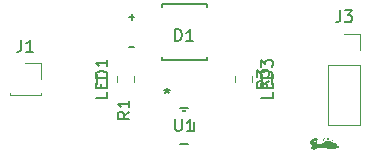
<source format=gbr>
%TF.GenerationSoftware,KiCad,Pcbnew,7.0.5*%
%TF.CreationDate,2024-02-17T16:30:34-06:00*%
%TF.ProjectId,NOTGATE,4e4f5447-4154-4452-9e6b-696361645f70,rev?*%
%TF.SameCoordinates,Original*%
%TF.FileFunction,Legend,Top*%
%TF.FilePolarity,Positive*%
%FSLAX46Y46*%
G04 Gerber Fmt 4.6, Leading zero omitted, Abs format (unit mm)*
G04 Created by KiCad (PCBNEW 7.0.5) date 2024-02-17 16:30:34*
%MOMM*%
%LPD*%
G01*
G04 APERTURE LIST*
%ADD10C,0.150000*%
%ADD11C,0.120000*%
%ADD12C,0.152400*%
%ADD13C,0.127000*%
G04 APERTURE END LIST*
D10*
%TO.C,R3*%
X162104819Y-87666666D02*
X161628628Y-87999999D01*
X162104819Y-88238094D02*
X161104819Y-88238094D01*
X161104819Y-88238094D02*
X161104819Y-87857142D01*
X161104819Y-87857142D02*
X161152438Y-87761904D01*
X161152438Y-87761904D02*
X161200057Y-87714285D01*
X161200057Y-87714285D02*
X161295295Y-87666666D01*
X161295295Y-87666666D02*
X161438152Y-87666666D01*
X161438152Y-87666666D02*
X161533390Y-87714285D01*
X161533390Y-87714285D02*
X161581009Y-87761904D01*
X161581009Y-87761904D02*
X161628628Y-87857142D01*
X161628628Y-87857142D02*
X161628628Y-88238094D01*
X161104819Y-87333332D02*
X161104819Y-86714285D01*
X161104819Y-86714285D02*
X161485771Y-87047618D01*
X161485771Y-87047618D02*
X161485771Y-86904761D01*
X161485771Y-86904761D02*
X161533390Y-86809523D01*
X161533390Y-86809523D02*
X161581009Y-86761904D01*
X161581009Y-86761904D02*
X161676247Y-86714285D01*
X161676247Y-86714285D02*
X161914342Y-86714285D01*
X161914342Y-86714285D02*
X162009580Y-86761904D01*
X162009580Y-86761904D02*
X162057200Y-86809523D01*
X162057200Y-86809523D02*
X162104819Y-86904761D01*
X162104819Y-86904761D02*
X162104819Y-87190475D01*
X162104819Y-87190475D02*
X162057200Y-87285713D01*
X162057200Y-87285713D02*
X162009580Y-87333332D01*
%TO.C,LED1*%
X148454819Y-88619047D02*
X148454819Y-89095237D01*
X148454819Y-89095237D02*
X147454819Y-89095237D01*
X147931009Y-88285713D02*
X147931009Y-87952380D01*
X148454819Y-87809523D02*
X148454819Y-88285713D01*
X148454819Y-88285713D02*
X147454819Y-88285713D01*
X147454819Y-88285713D02*
X147454819Y-87809523D01*
X148454819Y-87380951D02*
X147454819Y-87380951D01*
X147454819Y-87380951D02*
X147454819Y-87142856D01*
X147454819Y-87142856D02*
X147502438Y-86999999D01*
X147502438Y-86999999D02*
X147597676Y-86904761D01*
X147597676Y-86904761D02*
X147692914Y-86857142D01*
X147692914Y-86857142D02*
X147883390Y-86809523D01*
X147883390Y-86809523D02*
X148026247Y-86809523D01*
X148026247Y-86809523D02*
X148216723Y-86857142D01*
X148216723Y-86857142D02*
X148311961Y-86904761D01*
X148311961Y-86904761D02*
X148407200Y-86999999D01*
X148407200Y-86999999D02*
X148454819Y-87142856D01*
X148454819Y-87142856D02*
X148454819Y-87380951D01*
X148454819Y-85857142D02*
X148454819Y-86428570D01*
X148454819Y-86142856D02*
X147454819Y-86142856D01*
X147454819Y-86142856D02*
X147597676Y-86238094D01*
X147597676Y-86238094D02*
X147692914Y-86333332D01*
X147692914Y-86333332D02*
X147740533Y-86428570D01*
%TO.C,R1*%
X150314819Y-90276666D02*
X149838628Y-90609999D01*
X150314819Y-90848094D02*
X149314819Y-90848094D01*
X149314819Y-90848094D02*
X149314819Y-90467142D01*
X149314819Y-90467142D02*
X149362438Y-90371904D01*
X149362438Y-90371904D02*
X149410057Y-90324285D01*
X149410057Y-90324285D02*
X149505295Y-90276666D01*
X149505295Y-90276666D02*
X149648152Y-90276666D01*
X149648152Y-90276666D02*
X149743390Y-90324285D01*
X149743390Y-90324285D02*
X149791009Y-90371904D01*
X149791009Y-90371904D02*
X149838628Y-90467142D01*
X149838628Y-90467142D02*
X149838628Y-90848094D01*
X150314819Y-89324285D02*
X150314819Y-89895713D01*
X150314819Y-89609999D02*
X149314819Y-89609999D01*
X149314819Y-89609999D02*
X149457676Y-89705237D01*
X149457676Y-89705237D02*
X149552914Y-89800475D01*
X149552914Y-89800475D02*
X149600533Y-89895713D01*
%TO.C,J1*%
X141166666Y-84184819D02*
X141166666Y-84899104D01*
X141166666Y-84899104D02*
X141119047Y-85041961D01*
X141119047Y-85041961D02*
X141023809Y-85137200D01*
X141023809Y-85137200D02*
X140880952Y-85184819D01*
X140880952Y-85184819D02*
X140785714Y-85184819D01*
X142166666Y-85184819D02*
X141595238Y-85184819D01*
X141880952Y-85184819D02*
X141880952Y-84184819D01*
X141880952Y-84184819D02*
X141785714Y-84327676D01*
X141785714Y-84327676D02*
X141690476Y-84422914D01*
X141690476Y-84422914D02*
X141595238Y-84470533D01*
%TO.C,LED3*%
X162454819Y-88619047D02*
X162454819Y-89095237D01*
X162454819Y-89095237D02*
X161454819Y-89095237D01*
X161931009Y-88285713D02*
X161931009Y-87952380D01*
X162454819Y-87809523D02*
X162454819Y-88285713D01*
X162454819Y-88285713D02*
X161454819Y-88285713D01*
X161454819Y-88285713D02*
X161454819Y-87809523D01*
X162454819Y-87380951D02*
X161454819Y-87380951D01*
X161454819Y-87380951D02*
X161454819Y-87142856D01*
X161454819Y-87142856D02*
X161502438Y-86999999D01*
X161502438Y-86999999D02*
X161597676Y-86904761D01*
X161597676Y-86904761D02*
X161692914Y-86857142D01*
X161692914Y-86857142D02*
X161883390Y-86809523D01*
X161883390Y-86809523D02*
X162026247Y-86809523D01*
X162026247Y-86809523D02*
X162216723Y-86857142D01*
X162216723Y-86857142D02*
X162311961Y-86904761D01*
X162311961Y-86904761D02*
X162407200Y-86999999D01*
X162407200Y-86999999D02*
X162454819Y-87142856D01*
X162454819Y-87142856D02*
X162454819Y-87380951D01*
X161454819Y-86476189D02*
X161454819Y-85857142D01*
X161454819Y-85857142D02*
X161835771Y-86190475D01*
X161835771Y-86190475D02*
X161835771Y-86047618D01*
X161835771Y-86047618D02*
X161883390Y-85952380D01*
X161883390Y-85952380D02*
X161931009Y-85904761D01*
X161931009Y-85904761D02*
X162026247Y-85857142D01*
X162026247Y-85857142D02*
X162264342Y-85857142D01*
X162264342Y-85857142D02*
X162359580Y-85904761D01*
X162359580Y-85904761D02*
X162407200Y-85952380D01*
X162407200Y-85952380D02*
X162454819Y-86047618D01*
X162454819Y-86047618D02*
X162454819Y-86333332D01*
X162454819Y-86333332D02*
X162407200Y-86428570D01*
X162407200Y-86428570D02*
X162359580Y-86476189D01*
%TO.C,J3*%
X168166666Y-81684819D02*
X168166666Y-82399104D01*
X168166666Y-82399104D02*
X168119047Y-82541961D01*
X168119047Y-82541961D02*
X168023809Y-82637200D01*
X168023809Y-82637200D02*
X167880952Y-82684819D01*
X167880952Y-82684819D02*
X167785714Y-82684819D01*
X168547619Y-81684819D02*
X169166666Y-81684819D01*
X169166666Y-81684819D02*
X168833333Y-82065771D01*
X168833333Y-82065771D02*
X168976190Y-82065771D01*
X168976190Y-82065771D02*
X169071428Y-82113390D01*
X169071428Y-82113390D02*
X169119047Y-82161009D01*
X169119047Y-82161009D02*
X169166666Y-82256247D01*
X169166666Y-82256247D02*
X169166666Y-82494342D01*
X169166666Y-82494342D02*
X169119047Y-82589580D01*
X169119047Y-82589580D02*
X169071428Y-82637200D01*
X169071428Y-82637200D02*
X168976190Y-82684819D01*
X168976190Y-82684819D02*
X168690476Y-82684819D01*
X168690476Y-82684819D02*
X168595238Y-82637200D01*
X168595238Y-82637200D02*
X168547619Y-82589580D01*
%TO.C,D1*%
X154201905Y-84274819D02*
X154201905Y-83274819D01*
X154201905Y-83274819D02*
X154440000Y-83274819D01*
X154440000Y-83274819D02*
X154582857Y-83322438D01*
X154582857Y-83322438D02*
X154678095Y-83417676D01*
X154678095Y-83417676D02*
X154725714Y-83512914D01*
X154725714Y-83512914D02*
X154773333Y-83703390D01*
X154773333Y-83703390D02*
X154773333Y-83846247D01*
X154773333Y-83846247D02*
X154725714Y-84036723D01*
X154725714Y-84036723D02*
X154678095Y-84131961D01*
X154678095Y-84131961D02*
X154582857Y-84227200D01*
X154582857Y-84227200D02*
X154440000Y-84274819D01*
X154440000Y-84274819D02*
X154201905Y-84274819D01*
X155725714Y-84274819D02*
X155154286Y-84274819D01*
X155440000Y-84274819D02*
X155440000Y-83274819D01*
X155440000Y-83274819D02*
X155344762Y-83417676D01*
X155344762Y-83417676D02*
X155249524Y-83512914D01*
X155249524Y-83512914D02*
X155154286Y-83560533D01*
%TO.C,U1*%
X154178095Y-90894819D02*
X154178095Y-91704342D01*
X154178095Y-91704342D02*
X154225714Y-91799580D01*
X154225714Y-91799580D02*
X154273333Y-91847200D01*
X154273333Y-91847200D02*
X154368571Y-91894819D01*
X154368571Y-91894819D02*
X154559047Y-91894819D01*
X154559047Y-91894819D02*
X154654285Y-91847200D01*
X154654285Y-91847200D02*
X154701904Y-91799580D01*
X154701904Y-91799580D02*
X154749523Y-91704342D01*
X154749523Y-91704342D02*
X154749523Y-90894819D01*
X155749523Y-91894819D02*
X155178095Y-91894819D01*
X155463809Y-91894819D02*
X155463809Y-90894819D01*
X155463809Y-90894819D02*
X155368571Y-91037676D01*
X155368571Y-91037676D02*
X155273333Y-91132914D01*
X155273333Y-91132914D02*
X155178095Y-91180533D01*
X153492200Y-88243019D02*
X153492200Y-88481114D01*
X153254105Y-88385876D02*
X153492200Y-88481114D01*
X153492200Y-88481114D02*
X153730295Y-88385876D01*
X153349343Y-88671590D02*
X153492200Y-88481114D01*
X153492200Y-88481114D02*
X153635057Y-88671590D01*
X153492200Y-88243019D02*
X153492200Y-88481114D01*
X153254105Y-88385876D02*
X153492200Y-88481114D01*
X153492200Y-88481114D02*
X153730295Y-88385876D01*
X153349343Y-88671590D02*
X153492200Y-88481114D01*
X153492200Y-88481114D02*
X153635057Y-88671590D01*
D11*
%TO.C,R3*%
X160735000Y-87272936D02*
X160735000Y-87727064D01*
X159265000Y-87272936D02*
X159265000Y-87727064D01*
D12*
%TO.C,LED1*%
X148431800Y-87941750D02*
X148431800Y-87058250D01*
X147568200Y-87058250D02*
X147568200Y-87941750D01*
D11*
%TO.C,R1*%
X150735000Y-87272936D02*
X150735000Y-87727064D01*
X149265000Y-87272936D02*
X149265000Y-87727064D01*
%TO.C,J1*%
X140170000Y-88710000D02*
X140170000Y-88830000D01*
X140170000Y-88830000D02*
X142830000Y-88830000D01*
X141500000Y-86170000D02*
X142830000Y-86170000D01*
X142830000Y-86170000D02*
X142830000Y-87500000D01*
X142830000Y-88710000D02*
X142830000Y-88830000D01*
D12*
%TO.C,LED3*%
X162431800Y-87941750D02*
X162431800Y-87058250D01*
X161568200Y-87058250D02*
X161568200Y-87941750D01*
D11*
%TO.C,J3*%
X167170000Y-86270000D02*
X167170000Y-91410000D01*
X167170000Y-86270000D02*
X169830000Y-86270000D01*
X167170000Y-91410000D02*
X169830000Y-91410000D01*
X168500000Y-83670000D02*
X169830000Y-83670000D01*
X169830000Y-83670000D02*
X169830000Y-85000000D01*
X169830000Y-86270000D02*
X169830000Y-91410000D01*
D13*
%TO.C,D1*%
X150250000Y-82250000D02*
X150750000Y-82250000D01*
X150250000Y-84750000D02*
X150750000Y-84750000D01*
X150500000Y-82000000D02*
X150500000Y-82500000D01*
X153075000Y-81137500D02*
X153075000Y-81405000D01*
X153075000Y-85595000D02*
X153075000Y-85862500D01*
X153075000Y-85862500D02*
X156925000Y-85862500D01*
X156925000Y-81137500D02*
X153075000Y-81137500D01*
X156925000Y-81405000D02*
X156925000Y-81137500D01*
X156925000Y-85862500D02*
X156925000Y-85595000D01*
%TO.C,G\u002A\u002A\u002A*%
G36*
X165797382Y-92581209D02*
G01*
X165796132Y-92582459D01*
X165794882Y-92581209D01*
X165796132Y-92579959D01*
X165797382Y-92581209D01*
G37*
G36*
X165802382Y-92578709D02*
G01*
X165801132Y-92579959D01*
X165799882Y-92578709D01*
X165801132Y-92577459D01*
X165802382Y-92578709D01*
G37*
G36*
X165924894Y-93041254D02*
G01*
X165923644Y-93042504D01*
X165922394Y-93041254D01*
X165923644Y-93040004D01*
X165924894Y-93041254D01*
G37*
G36*
X165927395Y-93253775D02*
G01*
X165926144Y-93255025D01*
X165924894Y-93253775D01*
X165926144Y-93252525D01*
X165927395Y-93253775D01*
G37*
G36*
X165937396Y-93076258D02*
G01*
X165936145Y-93077508D01*
X165934895Y-93076258D01*
X165936145Y-93075008D01*
X165937396Y-93076258D01*
G37*
G36*
X165989901Y-92786229D02*
G01*
X165988651Y-92787479D01*
X165987400Y-92786229D01*
X165988651Y-92784979D01*
X165989901Y-92786229D01*
G37*
G36*
X166014903Y-92878738D02*
G01*
X166013653Y-92879988D01*
X166012403Y-92878738D01*
X166013653Y-92877488D01*
X166014903Y-92878738D01*
G37*
G36*
X166042406Y-92751226D02*
G01*
X166041156Y-92752476D01*
X166039906Y-92751226D01*
X166041156Y-92749976D01*
X166042406Y-92751226D01*
G37*
G36*
X166042406Y-93201270D02*
G01*
X166041156Y-93202520D01*
X166039906Y-93201270D01*
X166041156Y-93200020D01*
X166042406Y-93201270D01*
G37*
G36*
X166049907Y-92746225D02*
G01*
X166048657Y-92747475D01*
X166047406Y-92746225D01*
X166048657Y-92744975D01*
X166049907Y-92746225D01*
G37*
G36*
X166059908Y-92596210D02*
G01*
X166058658Y-92597461D01*
X166057407Y-92596210D01*
X166058658Y-92594960D01*
X166059908Y-92596210D01*
G37*
G36*
X166069909Y-92661217D02*
G01*
X166068658Y-92662467D01*
X166067408Y-92661217D01*
X166068658Y-92659967D01*
X166069909Y-92661217D01*
G37*
G36*
X166092411Y-93146265D02*
G01*
X166091161Y-93147515D01*
X166089911Y-93146265D01*
X166091161Y-93145014D01*
X166092411Y-93146265D01*
G37*
G36*
X166137415Y-92543705D02*
G01*
X166136165Y-92544955D01*
X166134915Y-92543705D01*
X166136165Y-92542455D01*
X166137415Y-92543705D01*
G37*
G36*
X166147416Y-92538705D02*
G01*
X166146166Y-92539955D01*
X166144916Y-92538705D01*
X166146166Y-92537455D01*
X166147416Y-92538705D01*
G37*
G36*
X166192421Y-92881238D02*
G01*
X166191171Y-92882489D01*
X166189920Y-92881238D01*
X166191171Y-92879988D01*
X166192421Y-92881238D01*
G37*
G36*
X166192421Y-93056256D02*
G01*
X166191171Y-93057506D01*
X166189920Y-93056256D01*
X166191171Y-93055006D01*
X166192421Y-93056256D01*
G37*
G36*
X166574958Y-93321282D02*
G01*
X166573708Y-93322532D01*
X166572458Y-93321282D01*
X166573708Y-93320032D01*
X166574958Y-93321282D01*
G37*
G36*
X165909048Y-93271902D02*
G01*
X165909379Y-93277021D01*
X165909048Y-93278153D01*
X165908136Y-93278467D01*
X165907787Y-93275027D01*
X165908180Y-93271478D01*
X165909048Y-93271902D01*
G37*
G36*
X166041572Y-92933327D02*
G01*
X166041872Y-92936294D01*
X166041572Y-92936661D01*
X166040086Y-92936317D01*
X166039906Y-92934994D01*
X166040820Y-92932936D01*
X166041572Y-92933327D01*
G37*
G36*
X166084077Y-92673301D02*
G01*
X166084376Y-92676269D01*
X166084077Y-92676635D01*
X166082590Y-92676292D01*
X166082410Y-92674968D01*
X166083325Y-92672910D01*
X166084077Y-92673301D01*
G37*
G36*
X166581626Y-93323365D02*
G01*
X166581282Y-93324852D01*
X166579959Y-93325032D01*
X166577901Y-93324117D01*
X166578292Y-93323365D01*
X166581259Y-93323066D01*
X166581626Y-93323365D01*
G37*
G36*
X165750686Y-93203522D02*
G01*
X165750788Y-93207449D01*
X165748663Y-93209136D01*
X165746017Y-93207344D01*
X165745924Y-93203351D01*
X165746763Y-93202134D01*
X165749465Y-93201576D01*
X165750686Y-93203522D01*
G37*
G36*
X165866009Y-93219068D02*
G01*
X165869528Y-93221085D01*
X165868938Y-93222390D01*
X165867536Y-93222522D01*
X165864146Y-93220706D01*
X165863656Y-93220050D01*
X165864058Y-93218630D01*
X165866009Y-93219068D01*
G37*
G36*
X166016219Y-92982981D02*
G01*
X166015469Y-92984841D01*
X166013136Y-92986088D01*
X166010215Y-92986849D01*
X166011413Y-92985018D01*
X166011736Y-92984688D01*
X166015014Y-92982714D01*
X166016219Y-92982981D01*
G37*
G36*
X165977207Y-92821347D02*
G01*
X165977400Y-92822188D01*
X165975575Y-92825722D01*
X165974899Y-92826233D01*
X165972592Y-92826119D01*
X165972399Y-92825278D01*
X165974224Y-92821743D01*
X165974899Y-92821233D01*
X165977207Y-92821347D01*
G37*
G36*
X166049122Y-93196634D02*
G01*
X166048657Y-93197520D01*
X166046301Y-93199907D01*
X166045861Y-93200020D01*
X166045691Y-93198405D01*
X166046156Y-93197520D01*
X166048512Y-93195132D01*
X166048952Y-93195019D01*
X166049122Y-93196634D01*
G37*
G36*
X166069078Y-93198960D02*
G01*
X166071161Y-93203731D01*
X166070575Y-93204572D01*
X166066871Y-93202036D01*
X166066683Y-93201895D01*
X166064050Y-93198162D01*
X166064360Y-93195835D01*
X166066583Y-93195224D01*
X166069078Y-93198960D01*
G37*
G36*
X165940988Y-93064810D02*
G01*
X165945033Y-93070200D01*
X165948140Y-93075819D01*
X165948601Y-93079654D01*
X165948329Y-93080060D01*
X165946129Y-93079390D01*
X165943171Y-93074971D01*
X165941957Y-93072367D01*
X165939247Y-93065469D01*
X165938902Y-93062966D01*
X165940988Y-93064810D01*
G37*
G36*
X166078309Y-93209629D02*
G01*
X166082310Y-93211487D01*
X166083846Y-93212823D01*
X166084679Y-93214505D01*
X166083288Y-93214467D01*
X166078507Y-93212633D01*
X166078034Y-93212443D01*
X166073730Y-93210320D01*
X166072409Y-93209085D01*
X166074259Y-93208583D01*
X166078309Y-93209629D01*
G37*
G36*
X166131646Y-92546107D02*
G01*
X166129118Y-92548615D01*
X166124953Y-92551568D01*
X166120521Y-92553983D01*
X166117413Y-92554884D01*
X166116748Y-92553774D01*
X166119719Y-92550964D01*
X166121164Y-92549956D01*
X166126816Y-92546648D01*
X166130837Y-92545054D01*
X166131165Y-92545027D01*
X166131646Y-92546107D01*
G37*
G36*
X166007697Y-92991477D02*
G01*
X166005801Y-92995443D01*
X166000918Y-93001199D01*
X165996776Y-93005183D01*
X165988301Y-93011725D01*
X165980995Y-93014612D01*
X165977937Y-93014899D01*
X165970038Y-93016242D01*
X165963560Y-93019040D01*
X165959269Y-93021147D01*
X165957400Y-93020668D01*
X165957398Y-93020596D01*
X165959710Y-93016438D01*
X165966757Y-93012422D01*
X165973134Y-93010097D01*
X165980739Y-93006723D01*
X165989488Y-93001554D01*
X165993783Y-92998520D01*
X166000085Y-92993863D01*
X166004658Y-92990768D01*
X166006174Y-92989999D01*
X166007697Y-92991477D01*
G37*
G36*
X167522530Y-92681479D02*
G01*
X167525029Y-92683691D01*
X167528451Y-92686227D01*
X167530110Y-92686184D01*
X167533896Y-92685915D01*
X167536263Y-92686550D01*
X167539200Y-92689730D01*
X167538825Y-92694922D01*
X167535845Y-92701164D01*
X167530968Y-92707491D01*
X167524902Y-92712942D01*
X167518352Y-92716552D01*
X167513557Y-92717472D01*
X167507117Y-92716466D01*
X167502853Y-92714088D01*
X167501072Y-92708720D01*
X167501281Y-92700928D01*
X167503117Y-92692696D01*
X167506214Y-92686011D01*
X167508461Y-92683613D01*
X167516098Y-92680260D01*
X167522530Y-92681479D01*
G37*
G36*
X167293466Y-92621114D02*
G01*
X167296712Y-92624353D01*
X167297529Y-92629798D01*
X167295843Y-92636449D01*
X167291588Y-92643742D01*
X167285966Y-92650180D01*
X167280182Y-92654265D01*
X167277304Y-92654966D01*
X167272992Y-92652906D01*
X167267802Y-92647492D01*
X167265836Y-92644749D01*
X167261680Y-92637001D01*
X167261391Y-92631361D01*
X167261528Y-92631214D01*
X167287528Y-92631214D01*
X167288779Y-92632464D01*
X167290029Y-92631214D01*
X167288779Y-92629964D01*
X167287528Y-92631214D01*
X167261528Y-92631214D01*
X167265315Y-92627149D01*
X167273796Y-92623687D01*
X167277014Y-92622765D01*
X167287121Y-92620660D01*
X167293466Y-92621114D01*
G37*
G36*
X166977643Y-92642188D02*
G01*
X166980932Y-92647739D01*
X166982051Y-92657656D01*
X166978517Y-92666451D01*
X166971805Y-92672536D01*
X166962307Y-92676729D01*
X166954571Y-92676855D01*
X166950495Y-92674468D01*
X166947753Y-92668775D01*
X166949046Y-92663300D01*
X166958329Y-92663300D01*
X166958673Y-92664787D01*
X166959996Y-92664967D01*
X166962054Y-92664052D01*
X166961663Y-92663300D01*
X166958696Y-92663001D01*
X166958329Y-92663300D01*
X166949046Y-92663300D01*
X166949474Y-92661487D01*
X166954819Y-92653716D01*
X166967497Y-92653716D01*
X166968747Y-92654966D01*
X166969997Y-92653716D01*
X166968747Y-92652466D01*
X166967497Y-92653716D01*
X166954819Y-92653716D01*
X166955712Y-92652417D01*
X166957481Y-92650401D01*
X166962104Y-92646215D01*
X166969997Y-92646215D01*
X166971247Y-92647465D01*
X166972497Y-92646215D01*
X166971247Y-92644965D01*
X166969997Y-92646215D01*
X166962104Y-92646215D01*
X166965587Y-92643061D01*
X166972366Y-92640317D01*
X166977643Y-92642188D01*
G37*
G36*
X167415351Y-92449715D02*
G01*
X167428662Y-92449963D01*
X167440262Y-92450456D01*
X167449033Y-92451197D01*
X167452918Y-92451872D01*
X167460520Y-92454998D01*
X167468900Y-92459996D01*
X167471862Y-92462198D01*
X167477822Y-92467842D01*
X167482257Y-92474537D01*
X167486176Y-92483942D01*
X167487554Y-92488001D01*
X167490496Y-92497556D01*
X167491970Y-92504862D01*
X167492143Y-92512035D01*
X167491182Y-92521188D01*
X167490536Y-92525749D01*
X167488839Y-92536072D01*
X167486871Y-92543183D01*
X167483845Y-92548843D01*
X167478972Y-92554812D01*
X167476165Y-92557856D01*
X167470490Y-92564491D01*
X167466720Y-92570009D01*
X167465676Y-92573168D01*
X167468480Y-92576412D01*
X167473116Y-92579355D01*
X167478712Y-92583173D01*
X167485206Y-92589080D01*
X167487609Y-92591661D01*
X167491933Y-92596894D01*
X167494177Y-92601234D01*
X167494796Y-92606488D01*
X167494249Y-92614468D01*
X167493997Y-92616965D01*
X167492589Y-92626565D01*
X167490618Y-92635043D01*
X167488919Y-92639662D01*
X167480216Y-92651100D01*
X167466694Y-92661365D01*
X167448406Y-92670419D01*
X167446614Y-92671139D01*
X167436969Y-92673517D01*
X167423904Y-92674777D01*
X167408865Y-92674950D01*
X167393297Y-92674067D01*
X167378646Y-92672160D01*
X167366911Y-92669431D01*
X167350035Y-92664222D01*
X167350035Y-92653506D01*
X167350607Y-92645089D01*
X167351575Y-92640061D01*
X167384420Y-92640061D01*
X167385309Y-92642389D01*
X167387248Y-92643306D01*
X167395786Y-92644458D01*
X167407164Y-92644531D01*
X167419357Y-92643614D01*
X167430344Y-92641796D01*
X167432228Y-92641330D01*
X167444266Y-92637141D01*
X167452028Y-92631730D01*
X167456219Y-92624321D01*
X167457542Y-92614138D01*
X167457545Y-92613447D01*
X167457201Y-92605310D01*
X167455707Y-92600349D01*
X167452372Y-92596760D01*
X167450670Y-92595513D01*
X167443199Y-92591226D01*
X167435295Y-92587842D01*
X167427576Y-92586117D01*
X167418029Y-92585204D01*
X167408215Y-92585096D01*
X167399694Y-92585791D01*
X167394027Y-92587283D01*
X167393039Y-92587960D01*
X167391096Y-92592247D01*
X167390020Y-92599144D01*
X167389951Y-92601086D01*
X167389352Y-92609215D01*
X167387900Y-92619510D01*
X167386535Y-92626720D01*
X167384846Y-92635229D01*
X167384420Y-92640061D01*
X167351575Y-92640061D01*
X167352027Y-92637717D01*
X167352449Y-92636440D01*
X167354896Y-92626890D01*
X167356794Y-92612821D01*
X167358120Y-92594687D01*
X167358195Y-92592460D01*
X167370037Y-92592460D01*
X167370951Y-92594518D01*
X167371703Y-92594127D01*
X167372003Y-92591160D01*
X167371703Y-92590793D01*
X167370217Y-92591136D01*
X167370037Y-92592460D01*
X167358195Y-92592460D01*
X167358853Y-92572942D01*
X167358972Y-92548040D01*
X167358665Y-92531716D01*
X167385056Y-92531716D01*
X167385349Y-92538409D01*
X167386986Y-92541702D01*
X167391057Y-92543185D01*
X167393164Y-92543557D01*
X167408272Y-92545599D01*
X167422808Y-92546792D01*
X167435709Y-92547114D01*
X167445912Y-92546539D01*
X167452355Y-92545045D01*
X167452683Y-92544881D01*
X167457337Y-92540789D01*
X167460951Y-92535505D01*
X167462698Y-92531066D01*
X167462995Y-92526291D01*
X167461778Y-92519539D01*
X167460065Y-92513023D01*
X167456207Y-92501372D01*
X167451673Y-92493490D01*
X167445441Y-92488158D01*
X167436489Y-92484157D01*
X167435595Y-92483848D01*
X167420768Y-92480398D01*
X167407371Y-92480984D01*
X167397939Y-92483831D01*
X167392772Y-92486094D01*
X167389743Y-92488604D01*
X167388103Y-92492731D01*
X167387103Y-92499843D01*
X167386655Y-92504458D01*
X167385806Y-92515070D01*
X167385224Y-92525411D01*
X167385056Y-92531716D01*
X167358665Y-92531716D01*
X167358453Y-92520435D01*
X167358293Y-92515276D01*
X167357953Y-92504951D01*
X167365717Y-92504951D01*
X167365912Y-92510359D01*
X167366411Y-92511844D01*
X167366801Y-92510577D01*
X167367214Y-92503291D01*
X167366801Y-92499326D01*
X167366182Y-92498141D01*
X167365790Y-92501282D01*
X167365717Y-92504951D01*
X167357953Y-92504951D01*
X167356504Y-92460989D01*
X167365233Y-92460989D01*
X167365693Y-92464232D01*
X167366547Y-92464270D01*
X167367143Y-92460924D01*
X167366744Y-92459478D01*
X167365634Y-92458531D01*
X167365233Y-92460989D01*
X167356504Y-92460989D01*
X167356285Y-92454343D01*
X167362248Y-92452078D01*
X167367349Y-92451134D01*
X167376328Y-92450423D01*
X167388066Y-92449948D01*
X167401447Y-92449711D01*
X167415351Y-92449715D01*
G37*
G36*
X167116268Y-92450356D02*
G01*
X167129341Y-92451275D01*
X167139560Y-92452711D01*
X167142883Y-92453527D01*
X167157965Y-92459007D01*
X167168825Y-92465351D01*
X167176241Y-92473306D01*
X167180991Y-92483619D01*
X167183046Y-92492101D01*
X167184465Y-92500803D01*
X167184550Y-92507037D01*
X167182994Y-92513011D01*
X167179492Y-92520935D01*
X167178878Y-92522221D01*
X167171846Y-92536936D01*
X167183494Y-92549071D01*
X167192329Y-92560043D01*
X167197817Y-92571601D01*
X167200240Y-92584852D01*
X167199881Y-92600901D01*
X167198886Y-92609343D01*
X167197134Y-92617941D01*
X167193982Y-92624094D01*
X167188133Y-92630144D01*
X167186658Y-92631434D01*
X167178726Y-92637920D01*
X167171358Y-92642882D01*
X167163521Y-92646706D01*
X167154183Y-92649777D01*
X167142311Y-92652481D01*
X167126874Y-92655204D01*
X167120230Y-92656266D01*
X167105110Y-92658403D01*
X167093516Y-92659401D01*
X167084120Y-92659317D01*
X167075592Y-92658208D01*
X167075395Y-92658171D01*
X167071135Y-92656317D01*
X167070808Y-92652250D01*
X167070960Y-92651636D01*
X167071298Y-92647299D01*
X167071268Y-92639011D01*
X167070896Y-92627806D01*
X167070212Y-92614718D01*
X167069824Y-92608712D01*
X167066945Y-92580566D01*
X167101914Y-92580566D01*
X167103462Y-92591862D01*
X167104357Y-92601099D01*
X167104916Y-92612090D01*
X167105010Y-92617811D01*
X167105010Y-92632464D01*
X167115637Y-92632463D01*
X167124313Y-92631519D01*
X167134457Y-92629118D01*
X167139416Y-92627462D01*
X167147882Y-92624642D01*
X167155331Y-92622829D01*
X167158525Y-92622463D01*
X167162452Y-92621867D01*
X167165056Y-92619537D01*
X167166596Y-92614656D01*
X167167330Y-92606409D01*
X167167517Y-92594062D01*
X167167153Y-92581185D01*
X167166337Y-92576208D01*
X167175017Y-92576208D01*
X167176268Y-92577459D01*
X167177518Y-92576208D01*
X167176268Y-92574958D01*
X167175017Y-92576208D01*
X167166337Y-92576208D01*
X167165729Y-92572501D01*
X167162745Y-92567236D01*
X167157699Y-92564613D01*
X167150091Y-92563858D01*
X167148029Y-92563865D01*
X167136735Y-92565340D01*
X167124173Y-92569746D01*
X167118690Y-92572307D01*
X167101914Y-92580566D01*
X167066945Y-92580566D01*
X167066681Y-92577988D01*
X167061576Y-92546770D01*
X167060320Y-92541205D01*
X167090009Y-92541205D01*
X167091259Y-92542455D01*
X167092509Y-92541205D01*
X167091259Y-92539955D01*
X167090009Y-92541205D01*
X167060320Y-92541205D01*
X167059192Y-92536205D01*
X167160016Y-92536205D01*
X167161266Y-92537455D01*
X167162516Y-92536205D01*
X167161266Y-92534954D01*
X167160016Y-92536205D01*
X167059192Y-92536205D01*
X167054882Y-92517104D01*
X167049947Y-92499908D01*
X167047188Y-92488909D01*
X167047153Y-92488700D01*
X167057506Y-92488700D01*
X167058756Y-92489950D01*
X167060006Y-92488700D01*
X167058756Y-92487450D01*
X167057506Y-92488700D01*
X167047153Y-92488700D01*
X167045170Y-92476766D01*
X167044953Y-92474510D01*
X167076780Y-92474510D01*
X167076816Y-92475034D01*
X167078414Y-92482637D01*
X167081007Y-92492005D01*
X167084189Y-92501978D01*
X167087551Y-92511395D01*
X167090687Y-92519093D01*
X167093190Y-92523913D01*
X167094316Y-92524953D01*
X167098341Y-92524165D01*
X167105354Y-92522124D01*
X167111862Y-92519953D01*
X167120510Y-92517229D01*
X167127995Y-92515412D01*
X167131610Y-92514952D01*
X167138024Y-92512972D01*
X167145316Y-92507893D01*
X167151972Y-92501006D01*
X167156369Y-92493859D01*
X167157186Y-92489950D01*
X167170017Y-92489950D01*
X167170932Y-92492008D01*
X167171684Y-92491617D01*
X167171983Y-92488650D01*
X167171684Y-92488283D01*
X167170197Y-92488626D01*
X167170017Y-92489950D01*
X167157186Y-92489950D01*
X167158086Y-92485642D01*
X167156064Y-92481199D01*
X167167517Y-92481199D01*
X167168767Y-92482449D01*
X167170017Y-92481199D01*
X167168767Y-92479949D01*
X167167517Y-92481199D01*
X167156064Y-92481199D01*
X167155410Y-92479761D01*
X167148728Y-92476413D01*
X167144463Y-92474564D01*
X167143621Y-92472679D01*
X167142585Y-92470679D01*
X167137172Y-92469123D01*
X167127993Y-92468104D01*
X167115660Y-92467711D01*
X167110324Y-92467744D01*
X167095245Y-92468338D01*
X167084829Y-92469620D01*
X167078774Y-92471655D01*
X167076780Y-92474510D01*
X167044953Y-92474510D01*
X167044670Y-92471569D01*
X167043754Y-92457024D01*
X167053755Y-92453522D01*
X167061529Y-92451854D01*
X167072972Y-92450704D01*
X167086779Y-92450070D01*
X167101646Y-92449955D01*
X167116268Y-92450356D01*
G37*
G36*
X166807630Y-92495030D02*
G01*
X166817588Y-92498130D01*
X166829641Y-92498641D01*
X166841564Y-92496499D01*
X166842881Y-92496061D01*
X166850808Y-92493929D01*
X166855348Y-92494467D01*
X166856042Y-92495006D01*
X166857118Y-92498074D01*
X166855405Y-92499692D01*
X166853544Y-92501927D01*
X166854044Y-92505927D01*
X166855748Y-92510420D01*
X166857855Y-92516438D01*
X166860703Y-92525890D01*
X166863876Y-92537344D01*
X166866223Y-92546412D01*
X166869309Y-92558001D01*
X166872363Y-92568237D01*
X166874992Y-92575863D01*
X166876527Y-92579246D01*
X166879034Y-92585773D01*
X166880027Y-92592997D01*
X166880988Y-92601272D01*
X166883990Y-92605434D01*
X166887426Y-92606211D01*
X166889181Y-92607127D01*
X166890335Y-92610412D01*
X166891018Y-92616873D01*
X166891361Y-92627320D01*
X166891410Y-92630698D01*
X166891854Y-92642917D01*
X166892795Y-92652092D01*
X166894133Y-92657374D01*
X166894599Y-92658075D01*
X166896930Y-92662765D01*
X166897490Y-92666717D01*
X166898889Y-92671368D01*
X166901240Y-92672468D01*
X166904587Y-92673865D01*
X166903796Y-92678047D01*
X166898869Y-92684997D01*
X166897490Y-92686601D01*
X166892936Y-92692515D01*
X166890274Y-92697378D01*
X166889989Y-92698660D01*
X166888228Y-92703073D01*
X166883711Y-92703862D01*
X166880715Y-92702707D01*
X166874813Y-92700321D01*
X166869362Y-92698824D01*
X166864927Y-92696701D01*
X166862518Y-92693533D01*
X166862809Y-92690814D01*
X166865374Y-92689970D01*
X166866400Y-92688558D01*
X166864394Y-92685594D01*
X166862544Y-92681885D01*
X166860572Y-92674639D01*
X166858423Y-92663555D01*
X166856044Y-92648329D01*
X166853382Y-92628657D01*
X166851505Y-92613504D01*
X166885186Y-92613504D01*
X166885646Y-92616747D01*
X166886499Y-92616785D01*
X166887096Y-92613439D01*
X166886697Y-92611993D01*
X166885587Y-92611046D01*
X166885186Y-92613504D01*
X166851505Y-92613504D01*
X166851066Y-92609962D01*
X166849974Y-92602051D01*
X166848917Y-92596284D01*
X166848358Y-92594426D01*
X166846005Y-92595072D01*
X166840218Y-92598033D01*
X166831748Y-92602888D01*
X166821346Y-92609214D01*
X166815515Y-92612886D01*
X166803691Y-92620307D01*
X166792728Y-92626985D01*
X166783609Y-92632339D01*
X166777313Y-92635784D01*
X166775815Y-92636493D01*
X166767901Y-92639855D01*
X166771458Y-92653036D01*
X166774203Y-92665758D01*
X166776011Y-92679526D01*
X166776937Y-92693651D01*
X166777035Y-92707447D01*
X166776359Y-92720225D01*
X166774961Y-92731298D01*
X166772897Y-92739977D01*
X166770221Y-92745575D01*
X166766985Y-92747404D01*
X166764189Y-92745854D01*
X166763478Y-92742444D01*
X166764043Y-92738353D01*
X166764831Y-92734048D01*
X166763598Y-92732815D01*
X166759413Y-92734409D01*
X166755887Y-92736209D01*
X166748450Y-92738945D01*
X166741850Y-92739959D01*
X166737325Y-92739458D01*
X166735369Y-92736953D01*
X166734899Y-92730988D01*
X166734895Y-92730599D01*
X166734778Y-92729030D01*
X166747475Y-92729030D01*
X166748692Y-92729778D01*
X166752015Y-92726566D01*
X166752795Y-92725598D01*
X166754957Y-92722637D01*
X166753662Y-92723257D01*
X166751851Y-92724654D01*
X166748388Y-92727738D01*
X166747475Y-92729030D01*
X166734778Y-92729030D01*
X166734288Y-92722426D01*
X166734080Y-92720868D01*
X166764194Y-92720868D01*
X166765324Y-92722473D01*
X166766943Y-92720331D01*
X166767477Y-92716222D01*
X166767148Y-92711518D01*
X166766519Y-92709972D01*
X166765394Y-92712095D01*
X166764365Y-92716222D01*
X166764194Y-92720868D01*
X166734080Y-92720868D01*
X166732750Y-92710917D01*
X166732183Y-92707471D01*
X166742475Y-92707471D01*
X166744377Y-92709899D01*
X166744975Y-92709972D01*
X166747403Y-92708069D01*
X166747475Y-92707471D01*
X166745573Y-92705044D01*
X166744975Y-92704971D01*
X166742547Y-92706874D01*
X166742475Y-92707471D01*
X166732183Y-92707471D01*
X166730557Y-92697588D01*
X166727987Y-92683957D01*
X166725316Y-92671539D01*
X166723891Y-92666009D01*
X166762674Y-92666009D01*
X166763134Y-92669252D01*
X166763987Y-92669291D01*
X166764584Y-92665944D01*
X166764185Y-92664498D01*
X166763075Y-92663551D01*
X166762674Y-92666009D01*
X166723891Y-92666009D01*
X166722820Y-92661852D01*
X166721789Y-92658684D01*
X166718960Y-92649392D01*
X166716671Y-92639267D01*
X166716359Y-92637431D01*
X166714781Y-92630847D01*
X166711734Y-92620843D01*
X166707648Y-92608627D01*
X166702958Y-92595404D01*
X166698094Y-92582379D01*
X166695649Y-92576208D01*
X166709972Y-92576208D01*
X166711222Y-92577459D01*
X166712472Y-92576208D01*
X166711222Y-92574958D01*
X166709972Y-92576208D01*
X166695649Y-92576208D01*
X166693490Y-92570759D01*
X166693142Y-92569958D01*
X166707471Y-92569958D01*
X166708386Y-92572016D01*
X166709138Y-92571625D01*
X166709437Y-92568657D01*
X166709138Y-92568291D01*
X166707652Y-92568634D01*
X166707471Y-92569958D01*
X166693142Y-92569958D01*
X166689576Y-92561750D01*
X166688312Y-92559169D01*
X166685748Y-92548930D01*
X166685952Y-92546205D01*
X166697470Y-92546205D01*
X166698720Y-92547456D01*
X166699971Y-92546205D01*
X166698720Y-92544955D01*
X166697470Y-92546205D01*
X166685952Y-92546205D01*
X166686242Y-92542318D01*
X166686814Y-92539955D01*
X166694970Y-92539955D01*
X166695823Y-92542390D01*
X166696073Y-92542455D01*
X166698207Y-92540703D01*
X166698720Y-92539955D01*
X166698522Y-92537651D01*
X166697618Y-92537455D01*
X166695072Y-92539270D01*
X166694970Y-92539955D01*
X166686814Y-92539955D01*
X166687610Y-92536671D01*
X166689587Y-92533704D01*
X166709972Y-92533704D01*
X166711222Y-92534954D01*
X166712472Y-92533704D01*
X166711222Y-92532454D01*
X166709972Y-92533704D01*
X166689587Y-92533704D01*
X166690185Y-92532807D01*
X166695207Y-92529444D01*
X166701728Y-92526293D01*
X166709988Y-92522543D01*
X166714695Y-92520645D01*
X166716848Y-92520378D01*
X166717445Y-92521527D01*
X166717472Y-92522859D01*
X166718732Y-92526471D01*
X166721966Y-92532617D01*
X166724757Y-92537236D01*
X166728438Y-92544125D01*
X166733062Y-92554383D01*
X166738034Y-92566619D01*
X166742724Y-92579330D01*
X166747112Y-92591797D01*
X166750268Y-92600195D01*
X166752583Y-92605188D01*
X166754447Y-92607437D01*
X166756249Y-92607604D01*
X166758379Y-92606353D01*
X166758566Y-92606218D01*
X166758577Y-92606211D01*
X166772478Y-92606211D01*
X166773728Y-92607462D01*
X166774978Y-92606211D01*
X166773728Y-92604961D01*
X166772478Y-92606211D01*
X166758577Y-92606211D01*
X166760907Y-92604782D01*
X166778656Y-92604782D01*
X166778728Y-92604784D01*
X166782569Y-92603636D01*
X166787479Y-92601211D01*
X166791121Y-92598723D01*
X166791302Y-92597639D01*
X166791230Y-92597638D01*
X166787389Y-92598786D01*
X166782479Y-92601211D01*
X166778837Y-92603699D01*
X166778656Y-92604782D01*
X166760907Y-92604782D01*
X166763536Y-92603169D01*
X166771494Y-92598896D01*
X166781511Y-92593837D01*
X166792656Y-92588428D01*
X166792944Y-92588293D01*
X166843318Y-92588293D01*
X166843661Y-92589779D01*
X166844985Y-92589960D01*
X166847043Y-92589045D01*
X166846652Y-92588293D01*
X166843685Y-92587994D01*
X166843318Y-92588293D01*
X166792944Y-92588293D01*
X166804000Y-92583104D01*
X166814614Y-92578303D01*
X166823568Y-92574459D01*
X166829932Y-92572009D01*
X166832778Y-92571390D01*
X166832783Y-92571393D01*
X166836711Y-92571608D01*
X166837331Y-92571303D01*
X166837104Y-92568723D01*
X166834548Y-92563006D01*
X166830145Y-92555151D01*
X166827271Y-92550528D01*
X166817362Y-92534417D01*
X166809692Y-92520537D01*
X166805312Y-92511202D01*
X166834984Y-92511202D01*
X166836234Y-92512452D01*
X166837484Y-92511202D01*
X166836234Y-92509952D01*
X166834984Y-92511202D01*
X166805312Y-92511202D01*
X166804376Y-92509208D01*
X166801525Y-92500747D01*
X166801253Y-92495472D01*
X166803671Y-92493702D01*
X166807630Y-92495030D01*
G37*
G36*
X166326135Y-93097430D02*
G01*
X166326054Y-93101130D01*
X166324025Y-93105565D01*
X166321622Y-93111312D01*
X166319484Y-93119684D01*
X166318633Y-93124779D01*
X166316917Y-93134733D01*
X166314320Y-93146465D01*
X166312144Y-93154774D01*
X166309695Y-93164452D01*
X166307991Y-93173313D01*
X166307432Y-93178846D01*
X166306430Y-93186083D01*
X166303784Y-93196137D01*
X166300036Y-93207330D01*
X166295730Y-93217981D01*
X166292968Y-93223667D01*
X166290379Y-93229791D01*
X166289555Y-93234417D01*
X166289591Y-93234655D01*
X166289168Y-93239051D01*
X166287266Y-93245628D01*
X166286694Y-93247156D01*
X166284618Y-93253672D01*
X166283971Y-93258345D01*
X166284085Y-93258958D01*
X166283542Y-93262701D01*
X166280981Y-93269746D01*
X166276903Y-93279071D01*
X166271808Y-93289656D01*
X166266196Y-93300481D01*
X166260566Y-93310526D01*
X166255418Y-93318771D01*
X166253370Y-93321651D01*
X166247505Y-93328370D01*
X166238855Y-93336978D01*
X166228618Y-93346334D01*
X166218660Y-93354755D01*
X166207448Y-93363949D01*
X166196046Y-93373494D01*
X166185881Y-93382185D01*
X166179127Y-93388139D01*
X166170726Y-93395264D01*
X166162340Y-93401606D01*
X166155702Y-93405860D01*
X166155374Y-93406032D01*
X166147181Y-93410692D01*
X166139394Y-93415777D01*
X166138665Y-93416306D01*
X166130612Y-93421217D01*
X166118850Y-93427066D01*
X166104472Y-93433432D01*
X166088569Y-93439898D01*
X166072235Y-93446043D01*
X166056561Y-93451450D01*
X166042639Y-93455699D01*
X166031562Y-93458371D01*
X166027404Y-93458987D01*
X166018730Y-93459957D01*
X166007826Y-93461363D01*
X165999423Y-93462554D01*
X165991083Y-93463382D01*
X165979270Y-93464017D01*
X165965247Y-93464446D01*
X165950274Y-93464660D01*
X165935613Y-93464646D01*
X165922525Y-93464394D01*
X165912271Y-93463892D01*
X165907393Y-93463377D01*
X165873702Y-93456823D01*
X165844577Y-93448523D01*
X165819878Y-93438435D01*
X165807383Y-93431659D01*
X165797542Y-93425966D01*
X165786029Y-93419648D01*
X165777380Y-93415123D01*
X165769216Y-93410899D01*
X165762413Y-93407041D01*
X165756300Y-93402966D01*
X165750208Y-93398092D01*
X165743464Y-93391837D01*
X165735398Y-93383619D01*
X165725340Y-93372856D01*
X165712618Y-93358966D01*
X165712409Y-93358738D01*
X165697968Y-93342613D01*
X165686845Y-93329495D01*
X165678713Y-93318971D01*
X165673246Y-93310626D01*
X165670981Y-93306207D01*
X165667719Y-93298446D01*
X165665502Y-93292432D01*
X165664869Y-93289904D01*
X165663599Y-93286441D01*
X165660404Y-93280660D01*
X165658793Y-93278099D01*
X165654917Y-93270264D01*
X165651517Y-93260202D01*
X165650032Y-93253775D01*
X165648072Y-93245371D01*
X165645737Y-93238916D01*
X165643975Y-93236268D01*
X165641516Y-93232962D01*
X165637779Y-93226232D01*
X165633406Y-93217270D01*
X165631358Y-93212731D01*
X165627032Y-93202589D01*
X165624652Y-93195947D01*
X165623992Y-93191806D01*
X165624821Y-93189162D01*
X165625731Y-93188081D01*
X165628763Y-93185873D01*
X165630505Y-93187993D01*
X165630900Y-93189115D01*
X165633756Y-93193302D01*
X165639227Y-93198601D01*
X165642379Y-93201102D01*
X165649948Y-93207743D01*
X165656809Y-93215436D01*
X165658461Y-93217733D01*
X165662524Y-93222930D01*
X165669329Y-93230629D01*
X165678001Y-93239882D01*
X165687668Y-93249736D01*
X165689927Y-93251974D01*
X165700234Y-93262005D01*
X165707866Y-93269008D01*
X165713613Y-93273561D01*
X165718267Y-93276240D01*
X165722620Y-93277619D01*
X165725846Y-93278114D01*
X165736323Y-93281048D01*
X165747919Y-93287224D01*
X165749478Y-93288269D01*
X165762503Y-93297229D01*
X165773067Y-93292611D01*
X165783127Y-93286047D01*
X165792829Y-93275892D01*
X165801078Y-93263504D01*
X165806450Y-93251275D01*
X165809486Y-93242707D01*
X165812551Y-93235152D01*
X165813796Y-93232523D01*
X165816869Y-93225146D01*
X165818443Y-93219693D01*
X165821545Y-93213682D01*
X165826976Y-93211642D01*
X165833972Y-93213614D01*
X165840601Y-93218498D01*
X165851124Y-93227949D01*
X165861690Y-93236645D01*
X165871644Y-93244138D01*
X165880335Y-93249983D01*
X165887109Y-93253735D01*
X165891315Y-93254949D01*
X165892391Y-93253852D01*
X165891212Y-93250558D01*
X165888341Y-93244844D01*
X165884778Y-93238503D01*
X165881526Y-93233329D01*
X165879740Y-93231180D01*
X165878604Y-93228070D01*
X165879011Y-93226207D01*
X165881366Y-93223730D01*
X165882652Y-93223934D01*
X165884772Y-93223755D01*
X165884890Y-93223128D01*
X165882676Y-93221415D01*
X165876808Y-93218844D01*
X165868445Y-93215907D01*
X165866306Y-93215236D01*
X165854522Y-93211134D01*
X165850022Y-93208771D01*
X166004902Y-93208771D01*
X166006152Y-93210021D01*
X166007402Y-93208771D01*
X166006152Y-93207521D01*
X166004902Y-93208771D01*
X165850022Y-93208771D01*
X165846680Y-93207016D01*
X165841768Y-93202195D01*
X165839011Y-93196677D01*
X165837627Y-93194031D01*
X165835429Y-93194170D01*
X165831123Y-93197353D01*
X165829688Y-93198552D01*
X165823577Y-93202734D01*
X165818150Y-93204926D01*
X165817223Y-93205020D01*
X165812780Y-93207184D01*
X165807793Y-93212750D01*
X165803150Y-93220328D01*
X165799740Y-93228531D01*
X165798527Y-93234249D01*
X165797315Y-93239191D01*
X165794643Y-93246675D01*
X165791048Y-93255496D01*
X165787065Y-93264447D01*
X165783232Y-93272323D01*
X165780085Y-93277919D01*
X165778168Y-93280028D01*
X165775333Y-93278988D01*
X165772181Y-93277422D01*
X165769648Y-93275698D01*
X165769272Y-93273505D01*
X165771374Y-93269685D01*
X165776096Y-93263311D01*
X165780880Y-93256549D01*
X165784071Y-93251090D01*
X165784881Y-93248752D01*
X165786322Y-93244829D01*
X165789826Y-93239418D01*
X165790166Y-93238979D01*
X165793595Y-93233534D01*
X165793671Y-93230656D01*
X165790496Y-93230926D01*
X165788900Y-93231722D01*
X165783812Y-93235779D01*
X165777679Y-93242337D01*
X165771501Y-93250090D01*
X165766274Y-93257731D01*
X165762995Y-93263951D01*
X165762378Y-93266481D01*
X165761601Y-93270077D01*
X165758802Y-93272061D01*
X165753283Y-93272488D01*
X165744344Y-93271416D01*
X165731597Y-93268964D01*
X165718868Y-93265742D01*
X165709626Y-93261778D01*
X165702359Y-93256228D01*
X165696288Y-93249215D01*
X165691660Y-93242795D01*
X165690221Y-93239507D01*
X165691880Y-93238710D01*
X165694872Y-93239299D01*
X165698922Y-93241163D01*
X165699872Y-93242544D01*
X165701991Y-93244659D01*
X165707130Y-93247297D01*
X165713465Y-93249747D01*
X165719169Y-93251299D01*
X165722348Y-93251291D01*
X165723752Y-93247840D01*
X165723609Y-93241377D01*
X165722127Y-93233572D01*
X165719516Y-93226096D01*
X165719091Y-93225206D01*
X165716857Y-93219289D01*
X165717934Y-93216493D01*
X165722688Y-93216590D01*
X165729609Y-93218678D01*
X165736452Y-93220560D01*
X165739700Y-93220222D01*
X165739876Y-93219712D01*
X165742018Y-93218267D01*
X165747479Y-93218794D01*
X165753272Y-93219422D01*
X165757431Y-93218044D01*
X165760071Y-93214152D01*
X165761306Y-93207237D01*
X165761250Y-93196791D01*
X165760018Y-93182302D01*
X165758534Y-93169625D01*
X165758189Y-93164067D01*
X165759566Y-93160350D01*
X165763663Y-93156923D01*
X165768681Y-93153867D01*
X165777490Y-93149727D01*
X165788227Y-93146826D01*
X165802019Y-93144790D01*
X165813297Y-93143708D01*
X165822035Y-93143610D01*
X165829559Y-93144871D01*
X165837197Y-93147864D01*
X165846274Y-93152963D01*
X165858118Y-93160540D01*
X165858236Y-93160618D01*
X165868083Y-93166813D01*
X165874785Y-93170336D01*
X165879177Y-93171544D01*
X165881989Y-93170861D01*
X165887485Y-93169570D01*
X165897206Y-93170035D01*
X165902662Y-93170759D01*
X165914698Y-93171971D01*
X165924002Y-93171717D01*
X165929908Y-93170097D01*
X165931753Y-93167211D01*
X165931557Y-93166438D01*
X165932908Y-93163766D01*
X165937752Y-93160609D01*
X165944691Y-93157519D01*
X165952326Y-93155047D01*
X165959258Y-93153745D01*
X165963332Y-93153909D01*
X165970748Y-93154336D01*
X165981866Y-93153103D01*
X165995741Y-93150389D01*
X166011427Y-93146375D01*
X166025577Y-93142044D01*
X166050001Y-93133992D01*
X166066893Y-93150754D01*
X166074859Y-93158542D01*
X166080501Y-93163445D01*
X166085014Y-93166130D01*
X166089593Y-93167264D01*
X166095433Y-93167514D01*
X166096920Y-93167517D01*
X166105076Y-93166609D01*
X166114290Y-93164220D01*
X166123413Y-93160850D01*
X166131294Y-93156997D01*
X166136782Y-93153163D01*
X166138729Y-93149846D01*
X166138633Y-93149393D01*
X166140147Y-93146744D01*
X166145308Y-93142073D01*
X166153469Y-93135920D01*
X166161147Y-93130670D01*
X166171006Y-93123842D01*
X166178477Y-93118020D01*
X166182875Y-93113770D01*
X166183737Y-93111918D01*
X166184814Y-93108428D01*
X166188826Y-93103958D01*
X166189699Y-93103239D01*
X166196712Y-93097717D01*
X166194675Y-93108239D01*
X166193055Y-93120282D01*
X166192678Y-93132110D01*
X166193510Y-93142184D01*
X166195515Y-93148967D01*
X166195583Y-93149085D01*
X166199433Y-93155608D01*
X166201706Y-93159377D01*
X166202916Y-93162200D01*
X166202028Y-93164638D01*
X166198276Y-93167503D01*
X166190896Y-93171602D01*
X166189434Y-93172371D01*
X166180498Y-93176495D01*
X166173146Y-93178851D01*
X166169197Y-93179105D01*
X166164144Y-93179758D01*
X166155952Y-93183188D01*
X166147090Y-93188060D01*
X166137814Y-93193977D01*
X166132392Y-93198517D01*
X166130109Y-93202338D01*
X166129915Y-93203879D01*
X166128380Y-93208487D01*
X166123074Y-93210747D01*
X166123039Y-93210753D01*
X166115257Y-93212367D01*
X166109913Y-93213608D01*
X166105685Y-93214594D01*
X166106153Y-93214091D01*
X166109343Y-93212652D01*
X166115115Y-93208370D01*
X166116817Y-93203044D01*
X166115003Y-93198878D01*
X166111479Y-93196620D01*
X166106334Y-93197897D01*
X166106132Y-93197988D01*
X166099132Y-93199705D01*
X166094483Y-93197979D01*
X166093077Y-93193266D01*
X166093380Y-93191496D01*
X166093879Y-93187804D01*
X166092178Y-93185883D01*
X166087132Y-93184935D01*
X166083531Y-93184617D01*
X166075294Y-93184722D01*
X166068318Y-93186071D01*
X166066670Y-93186778D01*
X166060949Y-93188599D01*
X166052687Y-93189743D01*
X166048337Y-93189930D01*
X166039262Y-93190719D01*
X166030328Y-93192673D01*
X166022879Y-93195352D01*
X166018258Y-93198315D01*
X166017403Y-93200053D01*
X166018994Y-93202344D01*
X166022157Y-93201627D01*
X166023654Y-93200020D01*
X166027201Y-93197575D01*
X166030614Y-93199063D01*
X166031678Y-93201996D01*
X166029605Y-93206337D01*
X166023067Y-93210202D01*
X166012596Y-93213278D01*
X166012403Y-93213318D01*
X166004747Y-93215103D01*
X165999902Y-93216382D01*
X165995609Y-93217453D01*
X165995783Y-93216527D01*
X165998652Y-93214163D01*
X166001857Y-93211275D01*
X166001529Y-93210325D01*
X165997296Y-93211303D01*
X165989590Y-93213912D01*
X165983188Y-93215811D01*
X165976852Y-93216570D01*
X165968927Y-93216239D01*
X165957758Y-93214866D01*
X165957751Y-93214866D01*
X165936853Y-93211928D01*
X165930248Y-93218614D01*
X165926138Y-93223151D01*
X165925358Y-93225841D01*
X165927545Y-93228207D01*
X165927901Y-93228475D01*
X165930540Y-93231026D01*
X165929904Y-93233621D01*
X165926720Y-93237087D01*
X165922965Y-93241211D01*
X165922644Y-93242471D01*
X165925268Y-93241103D01*
X165930348Y-93237345D01*
X165936145Y-93232523D01*
X165945392Y-93225677D01*
X165952670Y-93222953D01*
X165954424Y-93222897D01*
X165961148Y-93223271D01*
X165954667Y-93224275D01*
X165949477Y-93226560D01*
X165942684Y-93231449D01*
X165937270Y-93236401D01*
X165930139Y-93243018D01*
X165924430Y-93246435D01*
X165918640Y-93247512D01*
X165917774Y-93247525D01*
X165910613Y-93246332D01*
X165906249Y-93243497D01*
X165903638Y-93240840D01*
X165900950Y-93241917D01*
X165899098Y-93243675D01*
X165895463Y-93250603D01*
X165895715Y-93259354D01*
X165899813Y-93268658D01*
X165899892Y-93268777D01*
X165903269Y-93275049D01*
X165904859Y-93280308D01*
X165904876Y-93280687D01*
X165906213Y-93286433D01*
X165909302Y-93292982D01*
X165912811Y-93297530D01*
X165912931Y-93297623D01*
X165914793Y-93300422D01*
X165918000Y-93306511D01*
X165921879Y-93314609D01*
X165922116Y-93315125D01*
X165925975Y-93324146D01*
X165927614Y-93329853D01*
X165927267Y-93333287D01*
X165926439Y-93334457D01*
X165925190Y-93338440D01*
X165925033Y-93345512D01*
X165925763Y-93354141D01*
X165927173Y-93362794D01*
X165929056Y-93369937D01*
X165931206Y-93374037D01*
X165931821Y-93374429D01*
X165934293Y-93373251D01*
X165934895Y-93370245D01*
X165935943Y-93366071D01*
X165937491Y-93365036D01*
X165938517Y-93362766D01*
X165939123Y-93356836D01*
X165939334Y-93348566D01*
X165939176Y-93339277D01*
X165938672Y-93330290D01*
X165937849Y-93322925D01*
X165936731Y-93318503D01*
X165936604Y-93318274D01*
X165935258Y-93313870D01*
X165934452Y-93307138D01*
X165934419Y-93306403D01*
X165933679Y-93300566D01*
X165932287Y-93297617D01*
X165931990Y-93297529D01*
X165929973Y-93299462D01*
X165929895Y-93300177D01*
X165928335Y-93301607D01*
X165927177Y-93301145D01*
X165925468Y-93297656D01*
X165925692Y-93294750D01*
X165925712Y-93290221D01*
X165924660Y-93288634D01*
X165923169Y-93285435D01*
X165922416Y-93279360D01*
X165922394Y-93278064D01*
X165922805Y-93273412D01*
X165924471Y-93269030D01*
X165928044Y-93263932D01*
X165934176Y-93257131D01*
X165940458Y-93250709D01*
X165948717Y-93242503D01*
X165954578Y-93237227D01*
X165959132Y-93234229D01*
X165963471Y-93232858D01*
X165968686Y-93232463D01*
X165971086Y-93232434D01*
X165988252Y-93230828D01*
X166007260Y-93226107D01*
X166028894Y-93218070D01*
X166032298Y-93216616D01*
X166045219Y-93211623D01*
X166054713Y-93209280D01*
X166060525Y-93209619D01*
X166062408Y-93212497D01*
X166064032Y-93215446D01*
X166068101Y-93220266D01*
X166069917Y-93222146D01*
X166074678Y-93227675D01*
X166076042Y-93232024D01*
X166075276Y-93235464D01*
X166074023Y-93241217D01*
X166074254Y-93244483D01*
X166073767Y-93248903D01*
X166072251Y-93251465D01*
X166070491Y-93255611D01*
X166071831Y-93257948D01*
X166075093Y-93258782D01*
X166080968Y-93256746D01*
X166086602Y-93253749D01*
X166094760Y-93249135D01*
X166102217Y-93245017D01*
X166105274Y-93243380D01*
X166111202Y-93239584D01*
X166114956Y-93236222D01*
X166119793Y-93233242D01*
X166123803Y-93232523D01*
X166128408Y-93230892D01*
X166134650Y-93226686D01*
X166141439Y-93220934D01*
X166147685Y-93214665D01*
X166152296Y-93208908D01*
X166154182Y-93204692D01*
X166154082Y-93203951D01*
X166155055Y-93201194D01*
X166160494Y-93198684D01*
X166164179Y-93197652D01*
X166173734Y-93194667D01*
X166183188Y-93190851D01*
X166185156Y-93189898D01*
X166192045Y-93186835D01*
X166197581Y-93185139D01*
X166198692Y-93185018D01*
X166203479Y-93183533D01*
X166210788Y-93179640D01*
X166219342Y-93174181D01*
X166227864Y-93167999D01*
X166235075Y-93161936D01*
X166237758Y-93159249D01*
X166242617Y-93154314D01*
X166246155Y-93151409D01*
X166246863Y-93151100D01*
X166252392Y-93149302D01*
X166259892Y-93145362D01*
X166267535Y-93140385D01*
X166273491Y-93135478D01*
X166274505Y-93134388D01*
X166279009Y-93129829D01*
X166282446Y-93127567D01*
X166282797Y-93127513D01*
X166285660Y-93125834D01*
X166290697Y-93121549D01*
X166296755Y-93115784D01*
X166302681Y-93109664D01*
X166307322Y-93104316D01*
X166309039Y-93101895D01*
X166312758Y-93098710D01*
X166318308Y-93096610D01*
X166323549Y-93096154D01*
X166326135Y-93097430D01*
G37*
G36*
X166208351Y-92444396D02*
G01*
X166214199Y-92445269D01*
X166219735Y-92446655D01*
X166224241Y-92448055D01*
X166231959Y-92450874D01*
X166237137Y-92453373D01*
X166238649Y-92454989D01*
X166239890Y-92457069D01*
X166244449Y-92459731D01*
X166245416Y-92460150D01*
X166250247Y-92462957D01*
X166257195Y-92467944D01*
X166265131Y-92474178D01*
X166272928Y-92480730D01*
X166279459Y-92486668D01*
X166283596Y-92491061D01*
X166284398Y-92492341D01*
X166282554Y-92493782D01*
X166277031Y-92495615D01*
X166270143Y-92497209D01*
X166259348Y-92498608D01*
X166248574Y-92498795D01*
X166239069Y-92497885D01*
X166232078Y-92495992D01*
X166228904Y-92493398D01*
X166225300Y-92490584D01*
X166218054Y-92490135D01*
X166207877Y-92491957D01*
X166195482Y-92495955D01*
X166188696Y-92498731D01*
X166179242Y-92502688D01*
X166171281Y-92505707D01*
X166166104Y-92507312D01*
X166165146Y-92507452D01*
X166159696Y-92508976D01*
X166151202Y-92513197D01*
X166140440Y-92519581D01*
X166128185Y-92527598D01*
X166115215Y-92536716D01*
X166102305Y-92546404D01*
X166090231Y-92556130D01*
X166079769Y-92565364D01*
X166077726Y-92567310D01*
X166069759Y-92574819D01*
X166062438Y-92581353D01*
X166057002Y-92585818D01*
X166055811Y-92586666D01*
X166051768Y-92590368D01*
X166050617Y-92595379D01*
X166050941Y-92599648D01*
X166051783Y-92605545D01*
X166052454Y-92608596D01*
X166052548Y-92608712D01*
X166053215Y-92610807D01*
X166053673Y-92613712D01*
X166054624Y-92618689D01*
X166056471Y-92626640D01*
X166058478Y-92634551D01*
X166060378Y-92642830D01*
X166061342Y-92650601D01*
X166061430Y-92659451D01*
X166060705Y-92670962D01*
X166060140Y-92677324D01*
X166058814Y-92689213D01*
X166057231Y-92699934D01*
X166055619Y-92708075D01*
X166054593Y-92711490D01*
X166051044Y-92717311D01*
X166045244Y-92724215D01*
X166038228Y-92731254D01*
X166031029Y-92737481D01*
X166024683Y-92741945D01*
X166020222Y-92743699D01*
X166019571Y-92743619D01*
X166016895Y-92743769D01*
X166013458Y-92746060D01*
X166008873Y-92750942D01*
X166002751Y-92758868D01*
X165994704Y-92770288D01*
X165987423Y-92781046D01*
X165977294Y-92795285D01*
X165968887Y-92805118D01*
X165962002Y-92810751D01*
X165956941Y-92812403D01*
X165952846Y-92814631D01*
X165950628Y-92819990D01*
X165950942Y-92826763D01*
X165951177Y-92827577D01*
X165954221Y-92832075D01*
X165959864Y-92837122D01*
X165961971Y-92838584D01*
X165968293Y-92843079D01*
X165976729Y-92849630D01*
X165985657Y-92856970D01*
X165987400Y-92858457D01*
X165994893Y-92864777D01*
X166000887Y-92869615D01*
X166004431Y-92872212D01*
X166004940Y-92872453D01*
X166005441Y-92874782D01*
X166005709Y-92880995D01*
X166005710Y-92889978D01*
X166005602Y-92895148D01*
X166004890Y-92905949D01*
X166003429Y-92918207D01*
X166001429Y-92930851D01*
X165999098Y-92942810D01*
X165996645Y-92953012D01*
X165994279Y-92960388D01*
X165992209Y-92963865D01*
X165992198Y-92963872D01*
X165990271Y-92967281D01*
X165989901Y-92970145D01*
X165988966Y-92974129D01*
X165987732Y-92974998D01*
X165984736Y-92976280D01*
X165978766Y-92979675D01*
X165970997Y-92984506D01*
X165969272Y-92985624D01*
X165953035Y-92996137D01*
X165938704Y-93005262D01*
X165926801Y-93012676D01*
X165917847Y-93018054D01*
X165912366Y-93021073D01*
X165911456Y-93021478D01*
X165907887Y-93024950D01*
X165908246Y-93030337D01*
X165911530Y-93035432D01*
X165914198Y-93038816D01*
X165913006Y-93039913D01*
X165910280Y-93040004D01*
X165905739Y-93041191D01*
X165905587Y-93044648D01*
X165909268Y-93049629D01*
X165916067Y-93057280D01*
X165920683Y-93063420D01*
X165922394Y-93067088D01*
X165922394Y-93067098D01*
X165923829Y-93069926D01*
X165927619Y-93075527D01*
X165932993Y-93082771D01*
X165933901Y-93083946D01*
X165942893Y-93096029D01*
X165948544Y-93104906D01*
X165951033Y-93110925D01*
X165950539Y-93114434D01*
X165949812Y-93115064D01*
X165948114Y-93118137D01*
X165949898Y-93121302D01*
X165953490Y-93122512D01*
X165957284Y-93124405D01*
X165960251Y-93127728D01*
X165962232Y-93130388D01*
X165964512Y-93131614D01*
X165968350Y-93131445D01*
X165975004Y-93129920D01*
X165980868Y-93128372D01*
X165989990Y-93125476D01*
X165996549Y-93122479D01*
X165999314Y-93120031D01*
X166001642Y-93116357D01*
X166006438Y-93110496D01*
X166012036Y-93104385D01*
X166018376Y-93097473D01*
X166020942Y-93093742D01*
X166019668Y-93093135D01*
X166014486Y-93095593D01*
X166007016Y-93100010D01*
X165999919Y-93104111D01*
X165994375Y-93106835D01*
X165992185Y-93107511D01*
X165988414Y-93109117D01*
X165985793Y-93111261D01*
X165979330Y-93114687D01*
X165972265Y-93113647D01*
X165967067Y-93109628D01*
X165963662Y-93105095D01*
X165962398Y-93102332D01*
X165961638Y-93098578D01*
X165960770Y-93095839D01*
X165961296Y-93094955D01*
X165964330Y-93097377D01*
X165968021Y-93101260D01*
X165973692Y-93106832D01*
X165977713Y-93109293D01*
X165979480Y-93108532D01*
X165978387Y-93104437D01*
X165977683Y-93103041D01*
X165976471Y-93100097D01*
X165977726Y-93098890D01*
X165982445Y-93099002D01*
X165986344Y-93099414D01*
X165993467Y-93099863D01*
X165996609Y-93098971D01*
X165996889Y-93097332D01*
X165998643Y-93094584D01*
X166005129Y-93092643D01*
X166006152Y-93092480D01*
X166016269Y-93089976D01*
X166023037Y-93086229D01*
X166023732Y-93085070D01*
X166074909Y-93085070D01*
X166077202Y-93087421D01*
X166083258Y-93089150D01*
X166088297Y-93089719D01*
X166093032Y-93088800D01*
X166100247Y-93086127D01*
X166105547Y-93083674D01*
X166112928Y-93080362D01*
X166118682Y-93078488D01*
X166120911Y-93078342D01*
X166124992Y-93078044D01*
X166129915Y-93076174D01*
X166136574Y-93073595D01*
X166145245Y-93071242D01*
X166154193Y-93069466D01*
X166161682Y-93068619D01*
X166165721Y-93068931D01*
X166169803Y-93068791D01*
X166176693Y-93067040D01*
X166182220Y-93065085D01*
X166191418Y-93061790D01*
X166202977Y-93058099D01*
X166214401Y-93054811D01*
X166214446Y-93054798D01*
X166225221Y-93051666D01*
X166231997Y-93048822D01*
X166235679Y-93045584D01*
X166237174Y-93041270D01*
X166237402Y-93037504D01*
X166238615Y-93030747D01*
X166241264Y-93023951D01*
X166243614Y-93017826D01*
X166242614Y-93014354D01*
X166237924Y-93013383D01*
X166229202Y-93014760D01*
X166223791Y-93016127D01*
X166214808Y-93018173D01*
X166207291Y-93019200D01*
X166203062Y-93019019D01*
X166200437Y-93018350D01*
X166201766Y-93019853D01*
X166203525Y-93021246D01*
X166205829Y-93024003D01*
X166204494Y-93025103D01*
X166200684Y-93024269D01*
X166197582Y-93022655D01*
X166195674Y-93019472D01*
X166197789Y-93015815D01*
X166203141Y-93012581D01*
X166207595Y-93011213D01*
X166212770Y-93009401D01*
X166214923Y-93007303D01*
X166214923Y-93007302D01*
X166213383Y-93005182D01*
X166208553Y-93006223D01*
X166203249Y-93008744D01*
X166196008Y-93011844D01*
X166187383Y-93014614D01*
X166186007Y-93014966D01*
X166177877Y-93018146D01*
X166170897Y-93022797D01*
X166169945Y-93023724D01*
X166164046Y-93030003D01*
X166171483Y-93030003D01*
X166177756Y-93030867D01*
X166181657Y-93032741D01*
X166185274Y-93033539D01*
X166192309Y-93033205D01*
X166201372Y-93031976D01*
X166211073Y-93030090D01*
X166220019Y-93027784D01*
X166226822Y-93025297D01*
X166227668Y-93024872D01*
X166230844Y-93023519D01*
X166231905Y-93024823D01*
X166231333Y-93029779D01*
X166230990Y-93031713D01*
X166229627Y-93038637D01*
X166227837Y-93042530D01*
X166224297Y-93044499D01*
X166217686Y-93045645D01*
X166213706Y-93046142D01*
X166204636Y-93047857D01*
X166200345Y-93050169D01*
X166199921Y-93051373D01*
X166198371Y-93053717D01*
X166193197Y-93053534D01*
X166192789Y-93053454D01*
X166183751Y-93053992D01*
X166175387Y-93057267D01*
X166165816Y-93061103D01*
X166157720Y-93062396D01*
X166152214Y-93061030D01*
X166151032Y-93059788D01*
X166148536Y-93058422D01*
X166146634Y-93059788D01*
X166142194Y-93061845D01*
X166137540Y-93062389D01*
X166133796Y-93062158D01*
X166133272Y-93061085D01*
X166136251Y-93058312D01*
X166139788Y-93055513D01*
X166146971Y-93049694D01*
X166153703Y-93043949D01*
X166154789Y-93042979D01*
X166158598Y-93039368D01*
X166158733Y-93038540D01*
X166155723Y-93039844D01*
X166149968Y-93041369D01*
X166146515Y-93041042D01*
X166142864Y-93041880D01*
X166136811Y-93045400D01*
X166129454Y-93050716D01*
X166121891Y-93056939D01*
X166115222Y-93063183D01*
X166110545Y-93068560D01*
X166109055Y-93071297D01*
X166106424Y-93074876D01*
X166101587Y-93078257D01*
X166096192Y-93080652D01*
X166091886Y-93081275D01*
X166090393Y-93080206D01*
X166087897Y-93079339D01*
X166083114Y-93080188D01*
X166078153Y-93082091D01*
X166075125Y-93084383D01*
X166074909Y-93085070D01*
X166023732Y-93085070D01*
X166025759Y-93081689D01*
X166025616Y-93079961D01*
X166026539Y-93075599D01*
X166028453Y-93074181D01*
X166031833Y-93074366D01*
X166032405Y-93076116D01*
X166034734Y-93078848D01*
X166041036Y-93080992D01*
X166042724Y-93081312D01*
X166048684Y-93082032D01*
X166053071Y-93081253D01*
X166057533Y-93078262D01*
X166063719Y-93072347D01*
X166063909Y-93072156D01*
X166070098Y-93065044D01*
X166072828Y-93059877D01*
X166072066Y-93057109D01*
X166067780Y-93057196D01*
X166064908Y-93058199D01*
X166058607Y-93059981D01*
X166054452Y-93060256D01*
X166049987Y-93061055D01*
X166042977Y-93063649D01*
X166037659Y-93066128D01*
X166029498Y-93070159D01*
X166024896Y-93072051D01*
X166023010Y-93072041D01*
X166022999Y-93070368D01*
X166023029Y-93070257D01*
X166022323Y-93068042D01*
X166018347Y-93067507D01*
X166018370Y-93069055D01*
X166019869Y-93071216D01*
X166021275Y-93074142D01*
X166018891Y-93076345D01*
X166015989Y-93077570D01*
X166008674Y-93079275D01*
X166000164Y-93079759D01*
X165992072Y-93079125D01*
X165986010Y-93077477D01*
X165983705Y-93075498D01*
X165983897Y-93070561D01*
X165984952Y-93068695D01*
X165987814Y-93063499D01*
X165988646Y-93060886D01*
X165990234Y-93054611D01*
X165991343Y-93050630D01*
X165992011Y-93046325D01*
X165991341Y-93045005D01*
X166039906Y-93045005D01*
X166040820Y-93047063D01*
X166041572Y-93046671D01*
X166041872Y-93043704D01*
X166041572Y-93043338D01*
X166040086Y-93043681D01*
X166039906Y-93045005D01*
X165991341Y-93045005D01*
X165987686Y-93046560D01*
X165982614Y-93050255D01*
X165977841Y-93054636D01*
X165975079Y-93058248D01*
X165974899Y-93058959D01*
X165972885Y-93062405D01*
X165968499Y-93063898D01*
X165964224Y-93062678D01*
X165963855Y-93062333D01*
X165963414Y-93059626D01*
X165966525Y-93055472D01*
X165972260Y-93050375D01*
X165979831Y-93043771D01*
X165986841Y-93037021D01*
X165989762Y-93033883D01*
X165994587Y-93028541D01*
X166001569Y-93021081D01*
X166009351Y-93012949D01*
X166010873Y-93011381D01*
X166021244Y-92999495D01*
X166029044Y-92988030D01*
X166033722Y-92977891D01*
X166034850Y-92971817D01*
X166036468Y-92967590D01*
X166038936Y-92963874D01*
X166048069Y-92963874D01*
X166050420Y-92963501D01*
X166051593Y-92962915D01*
X166056359Y-92959412D01*
X166061881Y-92954155D01*
X166062408Y-92953584D01*
X166068658Y-92946713D01*
X166060311Y-92951480D01*
X166055347Y-92954901D01*
X166051204Y-92958694D01*
X166048555Y-92961979D01*
X166048069Y-92963874D01*
X166038936Y-92963874D01*
X166040573Y-92961409D01*
X166044352Y-92956815D01*
X166050334Y-92949973D01*
X166055418Y-92943906D01*
X166057478Y-92941288D01*
X166059728Y-92938079D01*
X166059093Y-92937779D01*
X166054953Y-92940294D01*
X166054179Y-92940787D01*
X166047201Y-92945245D01*
X166048862Y-92932724D01*
X166049590Y-92923349D01*
X166049103Y-92916684D01*
X166047571Y-92913430D01*
X166045164Y-92914283D01*
X166044555Y-92915062D01*
X166042972Y-92916682D01*
X166043261Y-92914033D01*
X166043659Y-92912492D01*
X166045352Y-92902210D01*
X166044314Y-92894951D01*
X166040786Y-92891210D01*
X166035006Y-92891480D01*
X166033723Y-92892004D01*
X166029133Y-92893631D01*
X166027512Y-92892472D01*
X166027404Y-92891186D01*
X166029581Y-92888226D01*
X166033655Y-92887489D01*
X166038422Y-92886448D01*
X166039883Y-92882391D01*
X166039906Y-92881359D01*
X166041590Y-92876017D01*
X166047096Y-92870383D01*
X166050532Y-92867846D01*
X166057646Y-92862445D01*
X166064558Y-92856440D01*
X166070467Y-92850651D01*
X166074567Y-92845897D01*
X166076058Y-92842995D01*
X166075400Y-92842485D01*
X166072972Y-92840396D01*
X166072409Y-92837484D01*
X166070904Y-92833319D01*
X166066937Y-92832744D01*
X166061327Y-92835576D01*
X166055166Y-92841322D01*
X166050525Y-92847305D01*
X166047753Y-92852228D01*
X166047406Y-92853652D01*
X166045288Y-92856237D01*
X166040843Y-92856445D01*
X166035324Y-92854683D01*
X166031918Y-92851561D01*
X166031523Y-92848316D01*
X166033676Y-92846573D01*
X166036966Y-92843138D01*
X166037405Y-92841045D01*
X166038843Y-92838160D01*
X166041457Y-92838504D01*
X166044347Y-92838695D01*
X166044253Y-92835259D01*
X166044197Y-92835042D01*
X166044496Y-92832122D01*
X166049907Y-92832122D01*
X166051399Y-92835628D01*
X166055416Y-92835508D01*
X166061268Y-92831964D01*
X166066375Y-92827257D01*
X166070305Y-92822431D01*
X166070182Y-92820313D01*
X166065933Y-92820870D01*
X166058577Y-92823605D01*
X166051857Y-92827798D01*
X166049907Y-92832122D01*
X166044496Y-92832122D01*
X166044645Y-92830665D01*
X166048690Y-92825648D01*
X166052481Y-92822424D01*
X166058807Y-92816524D01*
X166061440Y-92811325D01*
X166061618Y-92808136D01*
X166062698Y-92802229D01*
X166067686Y-92798245D01*
X166067748Y-92798214D01*
X166073244Y-92793776D01*
X166078017Y-92787171D01*
X166078490Y-92786234D01*
X166083199Y-92779343D01*
X166089188Y-92774129D01*
X166089867Y-92773750D01*
X166095376Y-92770407D01*
X166098625Y-92767535D01*
X166098655Y-92767488D01*
X166098148Y-92765857D01*
X166094673Y-92765858D01*
X166089930Y-92767339D01*
X166087786Y-92768476D01*
X166085514Y-92769215D01*
X166085992Y-92767237D01*
X166088561Y-92763483D01*
X166091760Y-92759814D01*
X166098024Y-92759814D01*
X166098366Y-92759977D01*
X166100648Y-92758216D01*
X166101162Y-92757476D01*
X166101799Y-92755139D01*
X166101457Y-92754976D01*
X166099175Y-92756736D01*
X166098661Y-92757476D01*
X166098024Y-92759814D01*
X166091760Y-92759814D01*
X166092560Y-92758897D01*
X166097330Y-92754419D01*
X166098021Y-92753855D01*
X166102018Y-92750292D01*
X166102815Y-92748726D01*
X166101906Y-92748883D01*
X166096513Y-92749886D01*
X166094763Y-92748079D01*
X166095398Y-92746712D01*
X166096161Y-92747475D01*
X166097411Y-92746225D01*
X166096192Y-92745006D01*
X166096636Y-92744053D01*
X166102113Y-92738401D01*
X166102268Y-92738267D01*
X166107709Y-92733087D01*
X166110863Y-92729044D01*
X166111202Y-92727537D01*
X166112139Y-92724919D01*
X166116123Y-92721479D01*
X166120294Y-92717991D01*
X166120662Y-92714295D01*
X166119486Y-92711283D01*
X166116776Y-92707220D01*
X166114557Y-92706441D01*
X166110489Y-92708032D01*
X166105757Y-92708902D01*
X166102673Y-92708694D01*
X166102412Y-92708313D01*
X166104171Y-92705986D01*
X166108440Y-92702201D01*
X166108793Y-92701922D01*
X166112948Y-92698219D01*
X166113447Y-92695527D01*
X166111107Y-92692408D01*
X166108332Y-92686187D01*
X166108171Y-92678106D01*
X166110277Y-92670122D01*
X166114300Y-92664189D01*
X166116374Y-92662826D01*
X166122315Y-92661264D01*
X166126161Y-92661562D01*
X166128871Y-92661524D01*
X166129099Y-92657730D01*
X166129005Y-92657119D01*
X166129261Y-92651163D01*
X166130640Y-92647964D01*
X166131469Y-92645128D01*
X166127829Y-92643298D01*
X166127724Y-92643270D01*
X166122210Y-92641828D01*
X166127567Y-92638076D01*
X166130979Y-92634794D01*
X166129963Y-92632495D01*
X166129849Y-92632423D01*
X166128093Y-92629419D01*
X166129664Y-92626519D01*
X166133276Y-92625765D01*
X166133918Y-92625964D01*
X166137047Y-92626342D01*
X166136819Y-92624429D01*
X166133560Y-92621315D01*
X166132270Y-92620453D01*
X166128691Y-92616752D01*
X166127744Y-92610809D01*
X166127895Y-92608081D01*
X166129173Y-92601888D01*
X166132523Y-92596739D01*
X166139053Y-92591001D01*
X166139915Y-92590338D01*
X166147816Y-92583152D01*
X166151062Y-92577152D01*
X166151167Y-92575995D01*
X166151885Y-92571036D01*
X166154738Y-92567516D01*
X166160771Y-92564534D01*
X166166918Y-92562450D01*
X166174744Y-92559539D01*
X166178582Y-92557116D01*
X166178152Y-92555489D01*
X166173816Y-92554956D01*
X166168706Y-92553696D01*
X166167418Y-92551268D01*
X166166101Y-92548846D01*
X166161463Y-92548627D01*
X166159292Y-92548944D01*
X166151167Y-92550307D01*
X166158042Y-92544412D01*
X166163364Y-92539250D01*
X166164468Y-92536249D01*
X166161411Y-92534974D01*
X166159292Y-92534854D01*
X166155560Y-92534631D01*
X166155954Y-92533612D01*
X166159917Y-92531355D01*
X166166397Y-92528460D01*
X166171061Y-92527079D01*
X166176711Y-92524662D01*
X166180437Y-92521828D01*
X166187515Y-92517918D01*
X166195293Y-92518700D01*
X166201539Y-92522798D01*
X166205370Y-92527652D01*
X166205182Y-92531923D01*
X166204892Y-92532511D01*
X166204243Y-92535877D01*
X166206729Y-92539358D01*
X166211864Y-92543258D01*
X166223951Y-92552427D01*
X166235972Y-92563513D01*
X166248987Y-92577528D01*
X166254723Y-92584198D01*
X166263589Y-92595492D01*
X166268733Y-92604633D01*
X166270247Y-92612700D01*
X166268224Y-92620770D01*
X166262759Y-92629923D01*
X166259103Y-92634809D01*
X166247721Y-92650022D01*
X166237732Y-92664522D01*
X166229740Y-92677379D01*
X166224352Y-92687660D01*
X166223564Y-92689515D01*
X166220285Y-92696054D01*
X166216909Y-92700340D01*
X166215917Y-92700973D01*
X166214182Y-92702617D01*
X166213253Y-92706491D01*
X166213035Y-92713501D01*
X166213436Y-92724556D01*
X166213452Y-92724869D01*
X166213783Y-92734927D01*
X166213701Y-92742920D01*
X166213234Y-92747664D01*
X166212888Y-92748437D01*
X166212247Y-92751218D01*
X166211820Y-92757908D01*
X166211595Y-92767421D01*
X166211562Y-92778670D01*
X166211708Y-92790569D01*
X166212022Y-92802031D01*
X166212493Y-92811971D01*
X166213108Y-92819301D01*
X166213678Y-92822499D01*
X166213629Y-92828204D01*
X166209462Y-92834536D01*
X166209411Y-92834594D01*
X166204499Y-92840678D01*
X166198061Y-92849505D01*
X166191156Y-92859535D01*
X166184842Y-92869230D01*
X166180228Y-92876964D01*
X166178178Y-92881822D01*
X166179440Y-92885028D01*
X166182054Y-92887240D01*
X166186152Y-92892426D01*
X166188910Y-92899550D01*
X166189000Y-92899990D01*
X166190762Y-92904973D01*
X166194408Y-92912874D01*
X166199265Y-92922447D01*
X166204662Y-92932446D01*
X166209927Y-92941626D01*
X166214387Y-92948740D01*
X166217317Y-92952495D01*
X166220430Y-92956403D01*
X166224730Y-92963090D01*
X166229208Y-92970846D01*
X166232856Y-92977958D01*
X166234244Y-92981248D01*
X166236735Y-92988057D01*
X166238687Y-92993124D01*
X166239071Y-92996208D01*
X166236059Y-92997386D01*
X166232871Y-92997500D01*
X166226022Y-92998796D01*
X166221233Y-93001548D01*
X166218339Y-93005506D01*
X166219501Y-93006922D01*
X166224239Y-93005356D01*
X166224978Y-93004972D01*
X166230283Y-93003343D01*
X166233193Y-93004769D01*
X166237561Y-93006791D01*
X166243050Y-93007501D01*
X166250470Y-93008690D01*
X166257676Y-93011380D01*
X166264627Y-93013686D01*
X166270678Y-93013717D01*
X166274123Y-93013010D01*
X166273187Y-93014217D01*
X166272501Y-93014702D01*
X166270272Y-93016482D01*
X166270282Y-93017953D01*
X166273263Y-93019713D01*
X166279945Y-93022362D01*
X166283460Y-93023671D01*
X166290430Y-93026420D01*
X166293357Y-93028316D01*
X166292940Y-93030097D01*
X166291033Y-93031670D01*
X166286104Y-93033925D01*
X166283206Y-93033918D01*
X166279555Y-93034036D01*
X166278764Y-93036804D01*
X166280753Y-93039650D01*
X166285157Y-93040412D01*
X166291489Y-93038373D01*
X166298185Y-93034308D01*
X166303677Y-93028992D01*
X166304444Y-93027921D01*
X166305828Y-93025473D01*
X166617463Y-93025473D01*
X166618889Y-93027457D01*
X166622512Y-93025917D01*
X166626213Y-93022502D01*
X166630694Y-93018747D01*
X166633910Y-93017502D01*
X166637821Y-93016016D01*
X166643281Y-93012369D01*
X166644148Y-93011672D01*
X166650877Y-93006753D01*
X166659171Y-93001492D01*
X166661842Y-92999961D01*
X166668702Y-92995618D01*
X166672256Y-92992205D01*
X166672039Y-92990256D01*
X166670433Y-92989999D01*
X166667536Y-92991306D01*
X166661650Y-92994775D01*
X166653902Y-92999734D01*
X166651622Y-93001250D01*
X166643674Y-93006480D01*
X166637409Y-93010417D01*
X166633899Y-93012391D01*
X166633554Y-93012501D01*
X166630443Y-93013954D01*
X166625637Y-93017390D01*
X166620854Y-93021425D01*
X166617810Y-93024675D01*
X166617463Y-93025473D01*
X166305828Y-93025473D01*
X166306680Y-93023965D01*
X166305648Y-93022621D01*
X166303539Y-93022502D01*
X166297097Y-93021561D01*
X166290276Y-93019239D01*
X166284811Y-93016289D01*
X166282436Y-93013465D01*
X166282430Y-93013337D01*
X166280457Y-93009784D01*
X166277359Y-93007463D01*
X166273981Y-93004497D01*
X166273756Y-93002375D01*
X166272847Y-93000560D01*
X166269451Y-92999962D01*
X166263188Y-92998947D01*
X166260717Y-92997901D01*
X166642465Y-92997901D01*
X166643507Y-92999833D01*
X166647236Y-92998863D01*
X166650130Y-92997412D01*
X166654354Y-92994159D01*
X166654505Y-92992002D01*
X166650949Y-92992095D01*
X166648716Y-92992954D01*
X166644127Y-92995723D01*
X166642465Y-92997901D01*
X166260717Y-92997901D01*
X166259997Y-92997596D01*
X166258254Y-92996538D01*
X166257539Y-92995723D01*
X166258564Y-92994861D01*
X166262042Y-92993659D01*
X166268685Y-92991827D01*
X166277803Y-92989439D01*
X167686171Y-92989439D01*
X167686318Y-92989999D01*
X167689754Y-92991915D01*
X167694134Y-92992499D01*
X167698591Y-92993222D01*
X167699209Y-92996104D01*
X167698865Y-92997355D01*
X167699263Y-93002759D01*
X167702297Y-93009831D01*
X167706921Y-93016859D01*
X167712087Y-93022128D01*
X167714977Y-93023723D01*
X167719066Y-93025937D01*
X167720071Y-93027600D01*
X167722211Y-93029742D01*
X167727440Y-93031978D01*
X167728197Y-93032206D01*
X167733823Y-93033849D01*
X167736784Y-93034747D01*
X167736869Y-93034778D01*
X167736620Y-93033088D01*
X167735977Y-93031253D01*
X167732567Y-93028091D01*
X167729805Y-93027503D01*
X167725890Y-93026380D01*
X167725072Y-93024949D01*
X167723045Y-93022143D01*
X167718856Y-93019563D01*
X167710905Y-93013417D01*
X167705862Y-93004428D01*
X167704680Y-92995625D01*
X167704727Y-92990464D01*
X167703036Y-92988140D01*
X167698260Y-92987522D01*
X167694999Y-92987499D01*
X167688623Y-92988023D01*
X167686171Y-92989439D01*
X166277803Y-92989439D01*
X166279204Y-92989072D01*
X166283680Y-92987902D01*
X166296504Y-92984749D01*
X166311155Y-92981449D01*
X166324534Y-92978699D01*
X166324934Y-92978623D01*
X166335602Y-92976436D01*
X166349409Y-92973380D01*
X166364653Y-92969843D01*
X166379632Y-92966212D01*
X166381189Y-92965824D01*
X166416193Y-92957069D01*
X166456197Y-92959781D01*
X166471778Y-92960920D01*
X166487425Y-92962206D01*
X166501645Y-92963508D01*
X166512943Y-92964694D01*
X166516203Y-92965092D01*
X166538508Y-92966819D01*
X166560543Y-92965968D01*
X166583444Y-92962384D01*
X166608352Y-92955911D01*
X166626213Y-92950061D01*
X166631533Y-92948451D01*
X166637342Y-92947344D01*
X166644548Y-92946690D01*
X166654058Y-92946440D01*
X166666780Y-92946543D01*
X166682945Y-92946931D01*
X166727175Y-92948169D01*
X166757952Y-92919177D01*
X166770757Y-92906755D01*
X166784592Y-92892736D01*
X166798015Y-92878616D01*
X166809587Y-92865889D01*
X166812482Y-92862568D01*
X166833162Y-92840370D01*
X166855026Y-92820274D01*
X166876927Y-92803289D01*
X166888739Y-92795537D01*
X166894820Y-92792138D01*
X166904525Y-92787077D01*
X166916949Y-92780811D01*
X166931187Y-92773795D01*
X166946333Y-92766484D01*
X166949404Y-92765020D01*
X166967332Y-92756617D01*
X166981994Y-92750085D01*
X166994556Y-92744983D01*
X167006184Y-92740870D01*
X167018047Y-92737304D01*
X167031310Y-92733845D01*
X167032923Y-92733448D01*
X167065510Y-92725806D01*
X167094415Y-92719848D01*
X167120615Y-92715445D01*
X167145090Y-92712471D01*
X167168819Y-92710799D01*
X167192781Y-92710303D01*
X167209382Y-92710562D01*
X167226764Y-92711218D01*
X167239974Y-92712129D01*
X167249836Y-92713383D01*
X167257176Y-92715070D01*
X167260026Y-92716053D01*
X167267576Y-92718615D01*
X167278184Y-92721741D01*
X167290025Y-92724906D01*
X167295029Y-92726144D01*
X167324164Y-92733628D01*
X167349447Y-92741299D01*
X167372013Y-92749686D01*
X167393000Y-92759319D01*
X167413543Y-92770726D01*
X167434780Y-92784438D01*
X167457846Y-92800982D01*
X167461296Y-92803562D01*
X167482546Y-92820185D01*
X167499685Y-92835101D01*
X167513141Y-92848708D01*
X167523014Y-92860943D01*
X167527845Y-92867091D01*
X167534762Y-92875059D01*
X167543128Y-92884201D01*
X167552305Y-92893871D01*
X167561654Y-92903421D01*
X167570537Y-92912206D01*
X167578316Y-92919579D01*
X167584353Y-92924892D01*
X167588009Y-92927500D01*
X167588769Y-92927557D01*
X167591642Y-92927220D01*
X167597099Y-92930169D01*
X167598877Y-92931465D01*
X167605776Y-92935558D01*
X167614696Y-92938413D01*
X167626852Y-92940479D01*
X167640931Y-92941597D01*
X167658428Y-92941914D01*
X167677831Y-92941488D01*
X167697632Y-92940380D01*
X167716320Y-92938648D01*
X167732333Y-92936360D01*
X167742841Y-92934781D01*
X167752176Y-92933919D01*
X167758710Y-92933908D01*
X167759835Y-92934081D01*
X167767310Y-92936770D01*
X167777148Y-92941599D01*
X167787739Y-92947665D01*
X167797474Y-92954071D01*
X167802579Y-92957988D01*
X167809907Y-92964025D01*
X167818482Y-92970956D01*
X167822297Y-92973995D01*
X167835720Y-92986772D01*
X167847687Y-93002149D01*
X167853809Y-93012501D01*
X167858842Y-93021536D01*
X167865930Y-93033191D01*
X167874402Y-93046468D01*
X167883587Y-93060366D01*
X167892814Y-93073883D01*
X167901412Y-93086021D01*
X167908711Y-93095778D01*
X167913632Y-93101716D01*
X167938612Y-93125529D01*
X167966057Y-93145281D01*
X167995501Y-93160656D01*
X168006737Y-93165145D01*
X168017701Y-93169432D01*
X168027939Y-93173876D01*
X168035775Y-93177734D01*
X168037811Y-93178916D01*
X168050505Y-93189112D01*
X168061422Y-93202119D01*
X168070148Y-93216948D01*
X168076265Y-93232610D01*
X168079358Y-93248116D01*
X168079011Y-93262478D01*
X168076600Y-93271080D01*
X168066151Y-93289883D01*
X168051890Y-93305481D01*
X168033887Y-93317819D01*
X168012214Y-93326841D01*
X168001122Y-93329841D01*
X167989141Y-93332676D01*
X167977649Y-93335511D01*
X167968395Y-93337910D01*
X167965095Y-93338827D01*
X167958219Y-93340207D01*
X167947753Y-93341568D01*
X167935105Y-93342755D01*
X167921683Y-93343613D01*
X167921341Y-93343629D01*
X167905859Y-93344740D01*
X167889747Y-93346714D01*
X167872212Y-93349707D01*
X167852459Y-93353873D01*
X167829694Y-93359368D01*
X167803124Y-93366345D01*
X167798829Y-93367511D01*
X167778276Y-93372459D01*
X167754982Y-93376797D01*
X167728150Y-93380660D01*
X167702569Y-93383605D01*
X167664144Y-93387447D01*
X167630223Y-93390431D01*
X167600386Y-93392573D01*
X167574211Y-93393891D01*
X167551281Y-93394400D01*
X167531173Y-93394115D01*
X167513469Y-93393053D01*
X167498816Y-93391386D01*
X167481379Y-93389510D01*
X167459147Y-93388189D01*
X167432053Y-93387421D01*
X167411291Y-93387215D01*
X167390843Y-93387201D01*
X167374451Y-93387368D01*
X167361170Y-93387772D01*
X167350056Y-93388463D01*
X167340165Y-93389496D01*
X167330554Y-93390923D01*
X167323782Y-93392130D01*
X167314039Y-93393667D01*
X167301162Y-93395271D01*
X167285858Y-93396895D01*
X167268835Y-93398489D01*
X167250799Y-93400003D01*
X167232459Y-93401389D01*
X167214521Y-93402597D01*
X167197693Y-93403578D01*
X167182683Y-93404283D01*
X167170198Y-93404662D01*
X167160946Y-93404666D01*
X167155633Y-93404247D01*
X167154703Y-93403895D01*
X167151944Y-93403346D01*
X167145276Y-93402651D01*
X167135783Y-93401912D01*
X167127479Y-93401388D01*
X167108776Y-93400172D01*
X167093747Y-93398688D01*
X167081066Y-93396581D01*
X167069407Y-93393496D01*
X167057445Y-93389079D01*
X167043854Y-93382974D01*
X167027307Y-93374826D01*
X167026253Y-93374296D01*
X167013178Y-93367945D01*
X167000252Y-93362074D01*
X166988800Y-93357261D01*
X166980149Y-93354081D01*
X166978748Y-93353657D01*
X166971516Y-93351514D01*
X166960599Y-93348174D01*
X166947075Y-93343971D01*
X166939623Y-93341629D01*
X167173004Y-93341629D01*
X167173172Y-93344180D01*
X167176000Y-93345034D01*
X167179860Y-93343017D01*
X167180922Y-93341284D01*
X167181703Y-93338139D01*
X167179662Y-93337928D01*
X167176472Y-93339051D01*
X167173004Y-93341629D01*
X166939623Y-93341629D01*
X166932018Y-93339239D01*
X166917752Y-93334709D01*
X166913320Y-93333346D01*
X167200346Y-93333346D01*
X167203020Y-93337033D01*
X167207257Y-93339526D01*
X167213196Y-93339491D01*
X167221856Y-93336834D01*
X167226627Y-93334881D01*
X167234883Y-93331853D01*
X167241986Y-93330929D01*
X167250687Y-93331812D01*
X167252365Y-93332093D01*
X167260251Y-93333118D01*
X167267122Y-93332930D01*
X167274884Y-93331298D01*
X167284932Y-93328163D01*
X167294306Y-93325055D01*
X167302085Y-93322516D01*
X167306845Y-93321009D01*
X167307323Y-93320869D01*
X167309507Y-93319287D01*
X167307884Y-93316885D01*
X167305034Y-93315556D01*
X167299959Y-93315810D01*
X167291607Y-93317744D01*
X167288089Y-93318729D01*
X167276396Y-93321312D01*
X167262936Y-93323161D01*
X167252525Y-93323813D01*
X167242480Y-93324368D01*
X167233715Y-93325585D01*
X167228028Y-93327208D01*
X167227799Y-93327326D01*
X167217676Y-93331696D01*
X167209131Y-93333187D01*
X167204185Y-93332115D01*
X167200716Y-93331229D01*
X167200346Y-93333346D01*
X166913320Y-93333346D01*
X166896757Y-93328252D01*
X166880150Y-93323690D01*
X166867712Y-93320969D01*
X166859224Y-93320035D01*
X166858996Y-93320034D01*
X166843488Y-93320584D01*
X166824598Y-93322117D01*
X166803809Y-93324462D01*
X166782604Y-93327451D01*
X166762468Y-93330911D01*
X166760073Y-93331374D01*
X166738861Y-93334848D01*
X166718601Y-93336882D01*
X166700312Y-93337432D01*
X166685015Y-93336457D01*
X166676533Y-93334816D01*
X166671017Y-93332817D01*
X166662026Y-93329030D01*
X166650558Y-93323898D01*
X166637614Y-93317864D01*
X166629029Y-93313740D01*
X166626103Y-93312367D01*
X167680067Y-93312367D01*
X167682146Y-93313010D01*
X167687614Y-93311781D01*
X167692661Y-93309994D01*
X167708640Y-93305955D01*
X167722493Y-93305030D01*
X167734382Y-93304178D01*
X167747559Y-93301462D01*
X167762811Y-93296646D01*
X167780926Y-93289494D01*
X167795255Y-93283188D01*
X167805270Y-93277696D01*
X167814498Y-93270973D01*
X167821929Y-93263935D01*
X167826554Y-93257498D01*
X167827582Y-93253872D01*
X167829605Y-93250909D01*
X167834880Y-93246633D01*
X167841433Y-93242467D01*
X167851820Y-93235740D01*
X167858420Y-93229104D01*
X167862238Y-93221221D01*
X167864074Y-93212357D01*
X167864715Y-93205568D01*
X167863697Y-93201114D01*
X167860152Y-93197021D01*
X167855683Y-93193301D01*
X167848138Y-93185608D01*
X167844314Y-93178019D01*
X167844240Y-93177676D01*
X167842171Y-93171607D01*
X167839940Y-93170188D01*
X167838428Y-93173178D01*
X167838392Y-93179274D01*
X167840456Y-93186937D01*
X167845612Y-93193773D01*
X167848708Y-93196627D01*
X167854298Y-93201859D01*
X167856760Y-93206009D01*
X167856933Y-93211035D01*
X167856408Y-93214585D01*
X167853138Y-93224573D01*
X167846594Y-93232575D01*
X167835949Y-93239573D01*
X167834864Y-93240135D01*
X167828329Y-93244232D01*
X167823858Y-93248428D01*
X167823084Y-93249734D01*
X167818124Y-93257894D01*
X167810225Y-93266258D01*
X167801070Y-93273124D01*
X167798561Y-93274521D01*
X167778601Y-93283669D01*
X167758060Y-93291249D01*
X167738422Y-93296780D01*
X167721168Y-93299785D01*
X167720071Y-93299890D01*
X167706980Y-93301583D01*
X167695561Y-93304038D01*
X167686708Y-93306979D01*
X167681311Y-93310125D01*
X167680067Y-93312367D01*
X166626103Y-93312367D01*
X166603098Y-93301571D01*
X166580394Y-93292070D01*
X166559986Y-93285120D01*
X166540948Y-93280606D01*
X166522351Y-93278412D01*
X166503266Y-93278422D01*
X166482765Y-93280521D01*
X166459920Y-93284592D01*
X166436923Y-93289766D01*
X166422583Y-93293091D01*
X166407534Y-93296389D01*
X166393759Y-93299235D01*
X166384940Y-93300910D01*
X166376054Y-93302180D01*
X166364487Y-93303385D01*
X166351087Y-93304486D01*
X166336707Y-93305443D01*
X166322195Y-93306216D01*
X166308402Y-93306767D01*
X166296179Y-93307054D01*
X166286375Y-93307039D01*
X166279842Y-93306682D01*
X166277430Y-93305942D01*
X166277429Y-93305929D01*
X166278473Y-93302926D01*
X166281287Y-93296518D01*
X166285391Y-93287766D01*
X166288534Y-93281305D01*
X166296606Y-93264429D01*
X166300959Y-93254599D01*
X167620620Y-93254599D01*
X167621404Y-93257118D01*
X167626242Y-93256937D01*
X167634991Y-93254074D01*
X167639231Y-93252321D01*
X167648748Y-93249099D01*
X167657646Y-93248482D01*
X167668114Y-93250404D01*
X167671531Y-93251362D01*
X167677695Y-93250799D01*
X167684393Y-93246459D01*
X167690393Y-93242392D01*
X167697120Y-93240470D01*
X167705718Y-93240024D01*
X167712456Y-93239855D01*
X167717734Y-93238958D01*
X167722790Y-93236746D01*
X167728859Y-93232631D01*
X167737179Y-93226026D01*
X167739924Y-93223778D01*
X167752464Y-93213146D01*
X167761668Y-93204368D01*
X167768335Y-93196490D01*
X167773263Y-93188556D01*
X167777254Y-93179610D01*
X167777570Y-93178785D01*
X167778834Y-93173795D01*
X167777804Y-93172496D01*
X167775167Y-93174565D01*
X167771610Y-93179679D01*
X167770214Y-93182248D01*
X167764858Y-93190891D01*
X167757188Y-93199948D01*
X167746508Y-93210157D01*
X167734112Y-93220647D01*
X167726264Y-93226800D01*
X167720452Y-93230358D01*
X167714953Y-93232024D01*
X167708046Y-93232505D01*
X167705104Y-93232523D01*
X167694834Y-93233176D01*
X167688784Y-93235227D01*
X167687455Y-93236410D01*
X167680655Y-93242289D01*
X167672725Y-93244060D01*
X167664074Y-93242596D01*
X167657785Y-93241213D01*
X167652152Y-93241260D01*
X167645316Y-93242953D01*
X167637629Y-93245677D01*
X167629425Y-93249096D01*
X167623316Y-93252299D01*
X167620621Y-93254595D01*
X167620620Y-93254599D01*
X166300959Y-93254599D01*
X166302873Y-93250277D01*
X166307156Y-93239293D01*
X166309275Y-93231924D01*
X166309403Y-93229258D01*
X166309836Y-93225119D01*
X166311790Y-93218572D01*
X166312700Y-93216192D01*
X166322687Y-93185665D01*
X166329251Y-93152160D01*
X166329266Y-93151978D01*
X166352436Y-93151978D01*
X166354175Y-93154760D01*
X166358738Y-93159857D01*
X166365150Y-93166336D01*
X166372434Y-93173263D01*
X166379611Y-93179706D01*
X166385706Y-93184731D01*
X166389315Y-93187196D01*
X166395663Y-93188886D01*
X166399985Y-93187495D01*
X166405236Y-93186207D01*
X166410542Y-93188657D01*
X166416369Y-93191578D01*
X166421623Y-93192428D01*
X166424687Y-93191054D01*
X166424944Y-93190019D01*
X166422912Y-93187815D01*
X166421105Y-93187519D01*
X166416257Y-93186211D01*
X166411272Y-93183591D01*
X166405299Y-93181078D01*
X166400495Y-93182222D01*
X166395757Y-93183139D01*
X166390119Y-93180829D01*
X166382955Y-93174922D01*
X166376055Y-93167743D01*
X166370194Y-93162010D01*
X166363842Y-93156874D01*
X166358060Y-93153044D01*
X166353907Y-93151226D01*
X166352436Y-93151978D01*
X166329266Y-93151978D01*
X166330453Y-93137854D01*
X166431248Y-93137854D01*
X166431976Y-93140257D01*
X166435379Y-93145250D01*
X166443089Y-93154441D01*
X166452055Y-93163489D01*
X166461319Y-93171595D01*
X166469920Y-93177958D01*
X166476901Y-93181778D01*
X166480051Y-93182518D01*
X166484420Y-93184612D01*
X166486200Y-93187521D01*
X166490306Y-93193220D01*
X166497933Y-93198293D01*
X166507602Y-93202212D01*
X166517834Y-93204449D01*
X166527152Y-93204479D01*
X166531000Y-93203503D01*
X166534753Y-93201304D01*
X166533856Y-93199591D01*
X166528646Y-93198553D01*
X166521828Y-93198336D01*
X166509264Y-93197019D01*
X166498926Y-93193135D01*
X166491852Y-93187160D01*
X166489904Y-93183648D01*
X166486347Y-93178822D01*
X166482781Y-93177518D01*
X166477287Y-93175716D01*
X166469336Y-93170709D01*
X166462833Y-93165554D01*
X166571087Y-93165554D01*
X166571352Y-93168162D01*
X166574982Y-93171733D01*
X166580671Y-93175441D01*
X166587113Y-93178461D01*
X166593004Y-93179970D01*
X166593990Y-93180018D01*
X166601700Y-93181006D01*
X166608146Y-93183383D01*
X166608175Y-93183401D01*
X166612022Y-93185274D01*
X166617785Y-93187163D01*
X166626327Y-93189297D01*
X166638509Y-93191902D01*
X166646215Y-93193449D01*
X166654358Y-93194621D01*
X166658610Y-93194223D01*
X166658895Y-93192808D01*
X166655793Y-93191142D01*
X166649531Y-93189486D01*
X166646106Y-93188883D01*
X166637063Y-93187007D01*
X166626412Y-93184081D01*
X166620448Y-93182130D01*
X166610201Y-93178925D01*
X166599617Y-93176259D01*
X166594413Y-93175262D01*
X166586161Y-93173186D01*
X166579309Y-93170120D01*
X166577521Y-93168824D01*
X166573395Y-93165894D01*
X166571087Y-93165554D01*
X166462833Y-93165554D01*
X166459724Y-93163090D01*
X166449245Y-93153454D01*
X166445204Y-93149390D01*
X166438208Y-93142566D01*
X166433441Y-93138672D01*
X166431248Y-93137854D01*
X166330453Y-93137854D01*
X166332250Y-93116471D01*
X166332434Y-93104945D01*
X166332047Y-93096021D01*
X166362437Y-93096021D01*
X166363720Y-93097823D01*
X166365268Y-93097071D01*
X166413163Y-93097071D01*
X166413531Y-93101413D01*
X166414664Y-93102510D01*
X166417185Y-93100514D01*
X166417443Y-93099072D01*
X166417884Y-93094343D01*
X166418952Y-93087583D01*
X166419024Y-93087196D01*
X166419160Y-93086000D01*
X166488065Y-93086000D01*
X166488754Y-93093146D01*
X166489981Y-93101711D01*
X166491903Y-93107691D01*
X166495485Y-93112910D01*
X166501694Y-93119192D01*
X166503375Y-93120773D01*
X166510868Y-93127423D01*
X166517889Y-93133039D01*
X166522638Y-93136236D01*
X166527937Y-93140434D01*
X166533726Y-93146955D01*
X166535799Y-93149851D01*
X166541875Y-93157199D01*
X166547415Y-93159913D01*
X166548116Y-93159940D01*
X166551822Y-93159595D01*
X166550917Y-93158275D01*
X166549525Y-93157424D01*
X166545573Y-93153795D01*
X166540966Y-93147822D01*
X166539847Y-93146089D01*
X166533920Y-93138738D01*
X166526485Y-93132211D01*
X166525276Y-93131393D01*
X166518006Y-93126163D01*
X166509748Y-93119401D01*
X166507683Y-93117547D01*
X167087509Y-93117547D01*
X167089528Y-93121999D01*
X167094420Y-93126933D01*
X167100440Y-93130914D01*
X167105756Y-93132513D01*
X167111402Y-93131710D01*
X167119580Y-93129642D01*
X167125559Y-93127755D01*
X167138578Y-93122323D01*
X167149767Y-93115847D01*
X167158535Y-93108880D01*
X167164289Y-93101974D01*
X167166437Y-93095681D01*
X167164867Y-93091080D01*
X167160499Y-93087884D01*
X167155624Y-93088949D01*
X167149826Y-93094025D01*
X167143991Y-93099470D01*
X167136392Y-93105555D01*
X167133269Y-93107806D01*
X167125002Y-93112360D01*
X167115918Y-93115583D01*
X167107368Y-93117202D01*
X167100704Y-93116944D01*
X167097516Y-93115021D01*
X167094088Y-93113148D01*
X167089882Y-93114062D01*
X167087539Y-93117097D01*
X167087509Y-93117547D01*
X166507683Y-93117547D01*
X166505878Y-93115927D01*
X166499415Y-93109125D01*
X166495856Y-93102749D01*
X166493953Y-93094443D01*
X166493758Y-93093068D01*
X166493038Y-93085041D01*
X166493833Y-93078789D01*
X166496739Y-93072863D01*
X166502353Y-93065810D01*
X166507086Y-93060631D01*
X166511847Y-93056040D01*
X166516381Y-93053602D01*
X166522561Y-93052649D01*
X166529813Y-93052505D01*
X166538570Y-93052222D01*
X166543291Y-93051217D01*
X166544881Y-93049301D01*
X166825565Y-93049301D01*
X166826146Y-93051911D01*
X166828531Y-93054782D01*
X166834699Y-93058772D01*
X166842061Y-93059887D01*
X166848425Y-93057895D01*
X166849485Y-93057006D01*
X166852152Y-93051523D01*
X166852362Y-93045422D01*
X167788221Y-93045422D01*
X167791613Y-93049849D01*
X167797020Y-93055335D01*
X167802792Y-93061255D01*
X167806747Y-93066125D01*
X167807870Y-93068320D01*
X167808562Y-93068759D01*
X167809414Y-93066305D01*
X167808854Y-93061991D01*
X167804775Y-93056604D01*
X167799850Y-93052035D01*
X167792551Y-93046269D01*
X167788604Y-93044147D01*
X167788221Y-93045422D01*
X166852362Y-93045422D01*
X166852395Y-93044461D01*
X166850417Y-93038067D01*
X166847523Y-93035024D01*
X166845962Y-93034578D01*
X167424248Y-93034578D01*
X167426293Y-93039106D01*
X167431645Y-93043559D01*
X167438625Y-93045048D01*
X167445136Y-93043348D01*
X167447430Y-93041392D01*
X167449791Y-93035167D01*
X167448094Y-93028630D01*
X167442851Y-93023497D01*
X167441966Y-93023037D01*
X167434333Y-93021366D01*
X167428192Y-93023392D01*
X167424509Y-93028126D01*
X167424248Y-93034578D01*
X166845962Y-93034578D01*
X166843869Y-93033980D01*
X166839886Y-93035464D01*
X166834185Y-93040049D01*
X166833181Y-93040962D01*
X166827754Y-93046115D01*
X166825565Y-93049301D01*
X166544881Y-93049301D01*
X166544918Y-93049256D01*
X166544955Y-93048755D01*
X166543854Y-93046632D01*
X166539924Y-93045463D01*
X166532232Y-93045026D01*
X166529041Y-93045005D01*
X166517184Y-93045890D01*
X166508280Y-93049099D01*
X166500957Y-93055458D01*
X166493842Y-93065793D01*
X166493454Y-93066451D01*
X166489850Y-93073248D01*
X166488180Y-93079043D01*
X166488065Y-93086000D01*
X166419160Y-93086000D01*
X166419643Y-93081763D01*
X166418566Y-93080784D01*
X166417968Y-93081258D01*
X166415660Y-93085206D01*
X166413966Y-93091073D01*
X166413163Y-93097071D01*
X166365268Y-93097071D01*
X166366789Y-93096332D01*
X166370477Y-93092285D01*
X166371930Y-93090002D01*
X166378405Y-93083001D01*
X166386815Y-93078411D01*
X166393767Y-93075156D01*
X166395143Y-93074013D01*
X166417641Y-93074013D01*
X166418868Y-93074977D01*
X166419492Y-93075008D01*
X166421778Y-93072960D01*
X166424698Y-93067940D01*
X166425117Y-93067034D01*
X166430684Y-93059606D01*
X166439388Y-93053145D01*
X166449371Y-93048798D01*
X166456617Y-93047613D01*
X166465717Y-93046686D01*
X166466735Y-93046255D01*
X166487450Y-93046255D01*
X166488700Y-93047505D01*
X166489950Y-93046255D01*
X166488700Y-93045005D01*
X166487450Y-93046255D01*
X166466735Y-93046255D01*
X166471180Y-93044373D01*
X166472448Y-93041953D01*
X166470330Y-93040457D01*
X166464788Y-93040563D01*
X166457040Y-93042010D01*
X166448305Y-93044543D01*
X166439801Y-93047902D01*
X166436440Y-93049578D01*
X166426157Y-93056786D01*
X166420813Y-93064280D01*
X166418242Y-93070833D01*
X166417641Y-93074013D01*
X166395143Y-93074013D01*
X166397154Y-93072342D01*
X166396579Y-93070477D01*
X166393361Y-93070007D01*
X166387457Y-93071696D01*
X166380153Y-93076028D01*
X166372756Y-93081904D01*
X166366573Y-93088223D01*
X166362914Y-93093885D01*
X166362437Y-93096021D01*
X166332047Y-93096021D01*
X166331954Y-93093863D01*
X166330653Y-93085352D01*
X166328736Y-93080071D01*
X166326411Y-93078681D01*
X166324703Y-93080295D01*
X166322870Y-93082233D01*
X166322472Y-93080633D01*
X166320836Y-93077656D01*
X166316521Y-93078066D01*
X166310241Y-93081578D01*
X166302711Y-93087906D01*
X166301622Y-93088976D01*
X166295263Y-93094693D01*
X166290099Y-93098167D01*
X166287374Y-93098725D01*
X166284615Y-93099270D01*
X166283325Y-93101856D01*
X166280926Y-93105582D01*
X166275564Y-93111553D01*
X166268180Y-93118891D01*
X166259717Y-93126718D01*
X166251116Y-93134155D01*
X166243317Y-93140323D01*
X166238675Y-93143519D01*
X166231242Y-93148746D01*
X166224640Y-93154230D01*
X166218105Y-93160298D01*
X166211624Y-93152595D01*
X166208867Y-93149107D01*
X166207070Y-93145743D01*
X166206075Y-93141432D01*
X166205726Y-93135100D01*
X166205865Y-93125675D01*
X166206209Y-93115576D01*
X166206567Y-93101134D01*
X166206223Y-93090959D01*
X166204886Y-93084334D01*
X166202266Y-93080542D01*
X166198071Y-93078866D01*
X166192011Y-93078590D01*
X166191218Y-93078614D01*
X166185671Y-93079182D01*
X166181344Y-93081038D01*
X166176937Y-93085095D01*
X166171152Y-93092267D01*
X166170372Y-93093291D01*
X166162224Y-93102583D01*
X166152220Y-93112043D01*
X166144464Y-93118192D01*
X166131700Y-93127128D01*
X166122300Y-93133520D01*
X166115567Y-93137748D01*
X166110806Y-93140186D01*
X166107321Y-93141213D01*
X166104415Y-93141205D01*
X166102623Y-93140851D01*
X166094439Y-93137856D01*
X166084577Y-93132847D01*
X166075195Y-93127023D01*
X166069155Y-93122275D01*
X166063645Y-93119052D01*
X166055905Y-93118215D01*
X166045080Y-93119749D01*
X166037405Y-93121621D01*
X166033105Y-93122567D01*
X166033027Y-93121315D01*
X166035530Y-93118332D01*
X166038870Y-93113290D01*
X166039922Y-93109814D01*
X166041239Y-93105447D01*
X166044437Y-93099485D01*
X166044906Y-93098760D01*
X166048743Y-93092457D01*
X166049216Y-93089518D01*
X166046022Y-93089355D01*
X166040808Y-93090769D01*
X166033032Y-93094749D01*
X166028345Y-93101616D01*
X166028307Y-93101706D01*
X166025650Y-93108570D01*
X166025155Y-93111642D01*
X166026770Y-93111614D01*
X166027589Y-93111147D01*
X166028504Y-93111650D01*
X166026964Y-93115019D01*
X166023141Y-93118727D01*
X166016117Y-93123389D01*
X166007322Y-93128071D01*
X166006152Y-93128619D01*
X165997241Y-93133053D01*
X165989882Y-93137304D01*
X165985504Y-93140538D01*
X165985219Y-93140851D01*
X165981306Y-93144274D01*
X165978487Y-93144701D01*
X165978040Y-93142056D01*
X165978304Y-93141264D01*
X165977982Y-93138153D01*
X165973719Y-93137822D01*
X165965741Y-93140289D01*
X165965686Y-93140311D01*
X165959011Y-93141874D01*
X165950049Y-93142671D01*
X165945497Y-93142681D01*
X165933760Y-93143503D01*
X165921695Y-93147134D01*
X165917448Y-93148942D01*
X165907280Y-93152808D01*
X165899511Y-93154357D01*
X165896845Y-93154157D01*
X165891563Y-93152881D01*
X165883210Y-93150950D01*
X165873639Y-93148794D01*
X165863768Y-93146427D01*
X165854932Y-93144013D01*
X165849222Y-93142138D01*
X165844743Y-93139910D01*
X165844497Y-93137966D01*
X165846050Y-93136569D01*
X165848439Y-93133107D01*
X165846043Y-93129780D01*
X165838773Y-93126496D01*
X165834885Y-93125289D01*
X165829013Y-93123287D01*
X165820358Y-93119953D01*
X165809990Y-93115743D01*
X165798977Y-93111114D01*
X165788387Y-93106520D01*
X165779289Y-93102418D01*
X165772751Y-93099264D01*
X165769879Y-93097555D01*
X165767024Y-93095683D01*
X165761504Y-93092661D01*
X165759878Y-93091826D01*
X165735940Y-93078077D01*
X165711884Y-93061296D01*
X165689893Y-93043023D01*
X165683432Y-93038214D01*
X165675379Y-93033566D01*
X165673620Y-93032722D01*
X165662994Y-93026195D01*
X165653044Y-93016338D01*
X165643844Y-93003751D01*
X165638659Y-92996158D01*
X165633576Y-92989238D01*
X165632199Y-92987499D01*
X165623347Y-92976590D01*
X165616445Y-92967719D01*
X165610836Y-92959819D01*
X165605867Y-92951823D01*
X165600881Y-92942665D01*
X165595223Y-92931278D01*
X165588237Y-92916594D01*
X165586894Y-92913742D01*
X165581942Y-92900336D01*
X165578000Y-92884163D01*
X165575426Y-92867280D01*
X165574579Y-92851743D01*
X165574928Y-92844985D01*
X165579719Y-92818720D01*
X165588875Y-92791183D01*
X165602470Y-92762207D01*
X165620579Y-92731626D01*
X165634387Y-92711394D01*
X165643890Y-92699088D01*
X165654977Y-92686307D01*
X165666819Y-92673865D01*
X165678585Y-92662577D01*
X165689445Y-92653258D01*
X165698571Y-92646723D01*
X165702267Y-92644734D01*
X165708251Y-92641669D01*
X165717187Y-92636622D01*
X165727820Y-92630319D01*
X165737901Y-92624110D01*
X165750897Y-92616125D01*
X165766223Y-92606974D01*
X165781814Y-92597878D01*
X165793620Y-92591164D01*
X165805629Y-92584352D01*
X165816996Y-92577740D01*
X165826522Y-92572036D01*
X165833007Y-92567948D01*
X165833517Y-92567605D01*
X165840370Y-92563373D01*
X165850076Y-92557932D01*
X165860963Y-92552205D01*
X165865575Y-92549892D01*
X165874574Y-92545168D01*
X165881194Y-92541127D01*
X165884622Y-92538303D01*
X165884743Y-92537363D01*
X165884278Y-92535382D01*
X165887783Y-92533226D01*
X165894277Y-92531434D01*
X165896142Y-92531122D01*
X165900329Y-92529794D01*
X165907896Y-92526754D01*
X165917722Y-92522471D01*
X165927395Y-92518025D01*
X165945476Y-92509809D01*
X165965952Y-92501001D01*
X165987946Y-92491937D01*
X166010580Y-92482953D01*
X166032979Y-92474385D01*
X166054265Y-92466568D01*
X166073562Y-92459839D01*
X166089994Y-92454533D01*
X166101869Y-92451186D01*
X166109824Y-92449731D01*
X166121620Y-92448261D01*
X166136101Y-92446890D01*
X166152110Y-92445732D01*
X166163125Y-92445132D01*
X166179579Y-92444404D01*
X166191978Y-92444008D01*
X166201256Y-92443991D01*
X166208351Y-92444396D01*
G37*
D12*
%TO.C,U1*%
X154637484Y-92964000D02*
X155242516Y-92964000D01*
X155242516Y-89916000D02*
X154637484Y-89916000D01*
X155816300Y-91777861D02*
X155816300Y-91102139D01*
X154815128Y-90194047D02*
G75*
G03*
X155064872Y-90194047I124872J278049D01*
G01*
%TD*%
M02*

</source>
